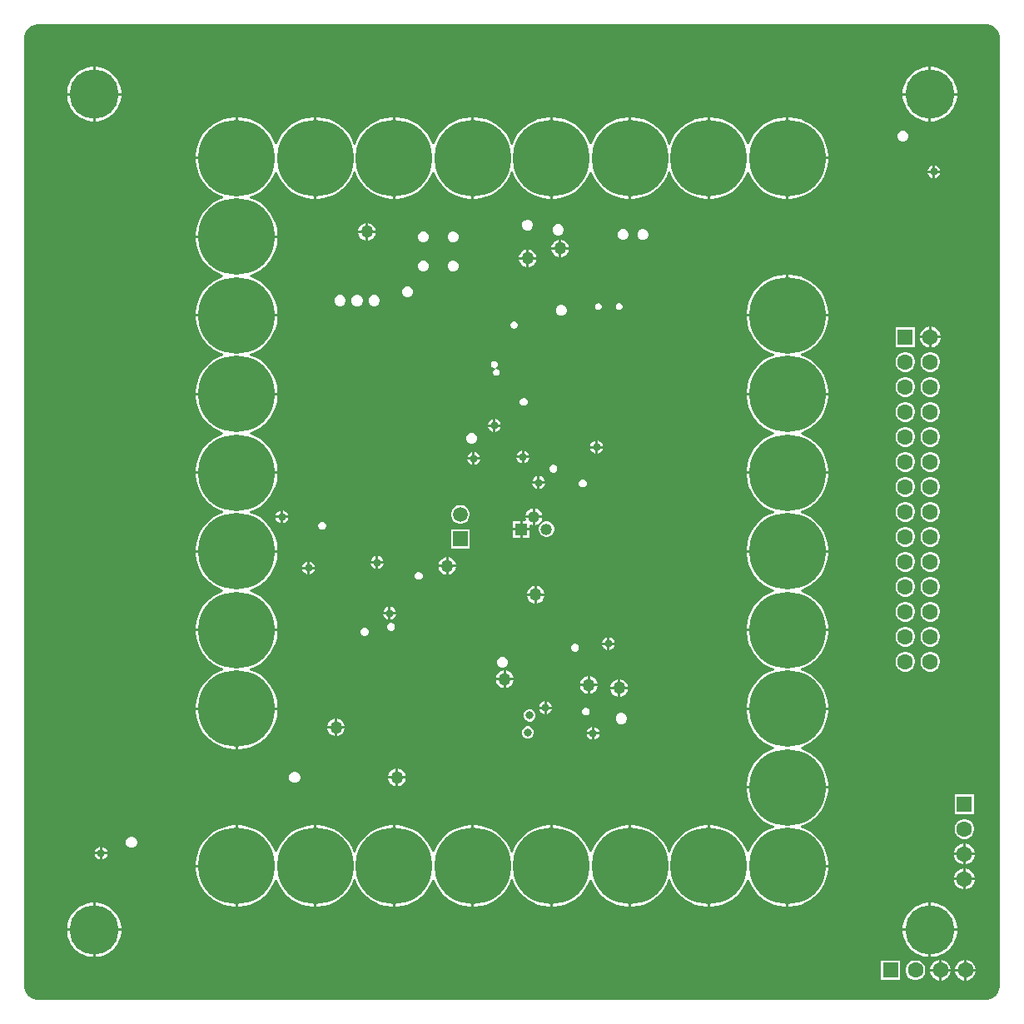
<source format=gbr>
%TF.GenerationSoftware,Altium Limited,Altium Designer,23.9.2 (47)*%
G04 Layer_Physical_Order=3*
G04 Layer_Color=16440176*
%FSLAX25Y25*%
%MOIN*%
%TF.SameCoordinates,F944BC78-FABB-4A85-9D96-7E9E55BFA98D*%
%TF.FilePolarity,Positive*%
%TF.FileFunction,Copper,L3,Inr,Signal*%
%TF.Part,Single*%
G01*
G75*
%TA.AperFunction,ComponentPad*%
%ADD45C,0.06299*%
%ADD46R,0.06299X0.06299*%
%TA.AperFunction,ViaPad*%
%ADD47C,0.19685*%
%TA.AperFunction,ComponentPad*%
%ADD48C,0.05906*%
%ADD49R,0.05906X0.05906*%
%ADD50C,0.30709*%
%ADD51R,0.06299X0.06299*%
%ADD52C,0.04693*%
%ADD53R,0.04693X0.04693*%
%TA.AperFunction,ViaPad*%
%ADD54C,0.03150*%
%ADD55C,0.02756*%
%ADD56C,0.05000*%
G36*
X209635Y214930D02*
X210157D01*
X211180Y214726D01*
X212143Y214327D01*
X213010Y213748D01*
X213748Y213010D01*
X214327Y212143D01*
X214726Y211180D01*
X214930Y210157D01*
X214930Y209635D01*
X214930Y-170265D01*
X214930Y-170787D01*
X214726Y-171810D01*
X214327Y-172773D01*
X213748Y-173640D01*
X213010Y-174378D01*
X212143Y-174957D01*
X211180Y-175356D01*
X210157Y-175560D01*
X209635D01*
X-170246Y-175540D01*
X-170246Y-175540D01*
X-170246Y-175540D01*
X-170767D01*
X-171790Y-175337D01*
X-172754Y-174937D01*
X-173621Y-174358D01*
X-174358Y-173621D01*
X-174937Y-172754D01*
X-175337Y-171790D01*
X-175545Y-170744D01*
X-175560Y-170241D01*
Y209635D01*
Y210157D01*
X-175356Y211180D01*
X-174957Y212143D01*
X-174378Y213010D01*
X-173640Y213748D01*
X-172773Y214327D01*
X-171810Y214726D01*
X-170787Y214930D01*
X-170265Y214930D01*
X209635Y214930D01*
D02*
G37*
%LPC*%
G36*
X187861Y197850D02*
X187508D01*
Y187508D01*
X197850D01*
Y187861D01*
X197583Y189547D01*
X197056Y191170D01*
X196281Y192691D01*
X195278Y194071D01*
X194071Y195278D01*
X192691Y196281D01*
X191170Y197056D01*
X189547Y197583D01*
X187861Y197850D01*
D02*
G37*
G36*
X186508D02*
X186154D01*
X184469Y197583D01*
X182846Y197056D01*
X181325Y196281D01*
X179944Y195278D01*
X178738Y194071D01*
X177734Y192691D01*
X176960Y191170D01*
X176432Y189547D01*
X176165Y187861D01*
Y187508D01*
X186508D01*
Y197850D01*
D02*
G37*
G36*
X-146784D02*
X-147138D01*
Y187508D01*
X-136795D01*
Y187861D01*
X-137062Y189547D01*
X-137590Y191170D01*
X-138364Y192691D01*
X-139368Y194071D01*
X-140574Y195278D01*
X-141955Y196281D01*
X-143476Y197056D01*
X-145099Y197583D01*
X-146784Y197850D01*
D02*
G37*
G36*
X-148138D02*
X-148491D01*
X-150177Y197583D01*
X-151800Y197056D01*
X-153321Y196281D01*
X-154701Y195278D01*
X-155908Y194071D01*
X-156911Y192691D01*
X-157686Y191170D01*
X-158213Y189547D01*
X-158480Y187861D01*
Y187508D01*
X-148138D01*
Y197850D01*
D02*
G37*
G36*
X197850Y186508D02*
X187508D01*
Y176165D01*
X187861D01*
X189547Y176432D01*
X191170Y176960D01*
X192691Y177734D01*
X194071Y178738D01*
X195278Y179944D01*
X196281Y181325D01*
X197056Y182846D01*
X197583Y184469D01*
X197850Y186154D01*
Y186508D01*
D02*
G37*
G36*
X186508D02*
X176165D01*
Y186154D01*
X176432Y184469D01*
X176960Y182846D01*
X177734Y181325D01*
X178738Y179944D01*
X179944Y178738D01*
X181325Y177734D01*
X182846Y176960D01*
X184469Y176432D01*
X186154Y176165D01*
X186508D01*
Y186508D01*
D02*
G37*
G36*
X-136795D02*
X-147138D01*
Y176165D01*
X-146784D01*
X-145099Y176432D01*
X-143476Y176960D01*
X-141955Y177734D01*
X-140574Y178738D01*
X-139368Y179944D01*
X-138364Y181325D01*
X-137590Y182846D01*
X-137062Y184469D01*
X-136795Y186154D01*
Y186508D01*
D02*
G37*
G36*
X-148138D02*
X-158480D01*
Y186154D01*
X-158213Y184469D01*
X-157686Y182846D01*
X-156911Y181325D01*
X-155908Y179944D01*
X-154701Y178738D01*
X-153321Y177734D01*
X-151800Y176960D01*
X-150177Y176432D01*
X-148491Y176165D01*
X-148138D01*
Y186508D01*
D02*
G37*
G36*
X176543Y172418D02*
X175672D01*
X174869Y172085D01*
X174253Y171469D01*
X173920Y170665D01*
Y169795D01*
X174253Y168991D01*
X174869Y168376D01*
X175672Y168043D01*
X176543D01*
X177347Y168376D01*
X177962Y168991D01*
X178295Y169795D01*
Y170665D01*
X177962Y171469D01*
X177347Y172085D01*
X176543Y172418D01*
D02*
G37*
G36*
X129421Y177772D02*
X128849D01*
X126724Y177492D01*
X124653Y176937D01*
X122672Y176117D01*
X120816Y175045D01*
X119115Y173740D01*
X117599Y172224D01*
X116294Y170523D01*
X115222Y168666D01*
X114439Y166775D01*
X114173Y166727D01*
X113908Y166775D01*
X113124Y168666D01*
X112053Y170523D01*
X110747Y172224D01*
X109231Y173740D01*
X107531Y175045D01*
X105674Y176117D01*
X103693Y176937D01*
X101623Y177492D01*
X99497Y177772D01*
X98925D01*
Y161417D01*
Y145063D01*
X99497D01*
X101623Y145343D01*
X103693Y145898D01*
X105674Y146718D01*
X107531Y147790D01*
X109231Y149095D01*
X110747Y150611D01*
X112053Y152312D01*
X113124Y154168D01*
X113908Y156060D01*
X114173Y156108D01*
X114439Y156060D01*
X115222Y154168D01*
X116294Y152312D01*
X117599Y150611D01*
X119115Y149095D01*
X120816Y147790D01*
X122672Y146718D01*
X124653Y145898D01*
X126724Y145343D01*
X128849Y145063D01*
X129421D01*
Y161417D01*
Y177772D01*
D02*
G37*
G36*
X66429D02*
X65857D01*
X63732Y177492D01*
X61661Y176937D01*
X59680Y176117D01*
X57824Y175045D01*
X56123Y173740D01*
X54607Y172224D01*
X53302Y170523D01*
X52230Y168666D01*
X51446Y166775D01*
X51181Y166727D01*
X50916Y166775D01*
X50132Y168666D01*
X49060Y170523D01*
X47755Y172224D01*
X46239Y173740D01*
X44539Y175045D01*
X42682Y176117D01*
X40701Y176937D01*
X38631Y177492D01*
X36505Y177772D01*
X35933D01*
Y161417D01*
Y145063D01*
X36505D01*
X38631Y145343D01*
X40701Y145898D01*
X42682Y146718D01*
X44539Y147790D01*
X46239Y149095D01*
X47755Y150611D01*
X49060Y152312D01*
X50132Y154168D01*
X50916Y156060D01*
X51181Y156108D01*
X51446Y156060D01*
X52230Y154168D01*
X53302Y152312D01*
X54607Y150611D01*
X56123Y149095D01*
X57824Y147790D01*
X59680Y146718D01*
X61661Y145898D01*
X63732Y145343D01*
X65857Y145063D01*
X66429D01*
Y161417D01*
Y177772D01*
D02*
G37*
G36*
X34933D02*
X34361D01*
X32236Y177492D01*
X30165Y176937D01*
X28184Y176117D01*
X26328Y175045D01*
X24627Y173740D01*
X23111Y172224D01*
X21806Y170523D01*
X20734Y168666D01*
X19950Y166775D01*
X19685Y166727D01*
X19420Y166775D01*
X18636Y168666D01*
X17564Y170523D01*
X16259Y172224D01*
X14743Y173740D01*
X13043Y175045D01*
X11186Y176117D01*
X9205Y176937D01*
X7134Y177492D01*
X5009Y177772D01*
X4437D01*
Y161417D01*
Y145063D01*
X5009D01*
X7134Y145343D01*
X9205Y145898D01*
X11186Y146718D01*
X13043Y147790D01*
X14743Y149095D01*
X16259Y150611D01*
X17564Y152312D01*
X18636Y154168D01*
X19420Y156060D01*
X19685Y156108D01*
X19950Y156060D01*
X20734Y154168D01*
X21806Y152312D01*
X23111Y150611D01*
X24627Y149095D01*
X26328Y147790D01*
X28184Y146718D01*
X30165Y145898D01*
X32236Y145343D01*
X34361Y145063D01*
X34933D01*
Y161417D01*
Y177772D01*
D02*
G37*
G36*
X3437D02*
X2865D01*
X740Y177492D01*
X-1331Y176937D01*
X-3312Y176117D01*
X-5169Y175045D01*
X-6869Y173740D01*
X-8385Y172224D01*
X-9690Y170523D01*
X-10762Y168666D01*
X-11546Y166775D01*
X-11811Y166727D01*
X-12076Y166775D01*
X-12860Y168666D01*
X-13932Y170523D01*
X-15237Y172224D01*
X-16753Y173740D01*
X-18454Y175045D01*
X-20310Y176117D01*
X-22291Y176937D01*
X-24362Y177492D01*
X-26487Y177772D01*
X-27059D01*
Y161417D01*
Y145063D01*
X-26487D01*
X-24362Y145343D01*
X-22291Y145898D01*
X-20310Y146718D01*
X-18454Y147790D01*
X-16753Y149095D01*
X-15237Y150611D01*
X-13932Y152312D01*
X-12860Y154168D01*
X-12076Y156060D01*
X-11811Y156108D01*
X-11546Y156060D01*
X-10762Y154168D01*
X-9690Y152312D01*
X-8385Y150611D01*
X-6869Y149095D01*
X-5169Y147790D01*
X-3312Y146718D01*
X-1331Y145898D01*
X740Y145343D01*
X2865Y145063D01*
X3437D01*
Y161417D01*
Y177772D01*
D02*
G37*
G36*
X-59555D02*
X-60127D01*
X-62252Y177492D01*
X-64323Y176937D01*
X-66304Y176117D01*
X-68161Y175045D01*
X-69861Y173740D01*
X-71377Y172224D01*
X-72682Y170523D01*
X-73754Y168666D01*
X-74538Y166775D01*
X-74803Y166727D01*
X-75068Y166775D01*
X-75852Y168666D01*
X-76924Y170523D01*
X-78229Y172224D01*
X-79745Y173740D01*
X-81446Y175045D01*
X-83302Y176117D01*
X-85283Y176937D01*
X-87354Y177492D01*
X-89479Y177772D01*
X-90051D01*
Y161417D01*
X-90551D01*
Y160917D01*
X-106905D01*
Y160345D01*
X-106626Y158220D01*
X-106071Y156149D01*
X-105250Y154168D01*
X-104179Y152312D01*
X-102873Y150611D01*
X-101357Y149095D01*
X-99657Y147790D01*
X-97800Y146718D01*
X-95909Y145935D01*
X-95861Y145669D01*
X-95909Y145404D01*
X-97800Y144621D01*
X-99657Y143549D01*
X-101357Y142244D01*
X-102873Y140728D01*
X-104179Y139027D01*
X-105250Y137170D01*
X-106071Y135189D01*
X-106626Y133119D01*
X-106905Y130993D01*
Y130421D01*
X-90551D01*
X-74197D01*
Y130993D01*
X-74477Y133119D01*
X-75032Y135189D01*
X-75852Y137170D01*
X-76924Y139027D01*
X-78229Y140728D01*
X-79745Y142244D01*
X-81446Y143549D01*
X-83302Y144621D01*
X-85194Y145404D01*
X-85242Y145669D01*
X-85194Y145935D01*
X-83302Y146718D01*
X-81446Y147790D01*
X-79745Y149095D01*
X-78229Y150611D01*
X-76924Y152312D01*
X-75852Y154168D01*
X-75068Y156060D01*
X-74803Y156108D01*
X-74538Y156060D01*
X-73754Y154168D01*
X-72682Y152312D01*
X-71377Y150611D01*
X-69861Y149095D01*
X-68161Y147790D01*
X-66304Y146718D01*
X-64323Y145898D01*
X-62252Y145343D01*
X-60127Y145063D01*
X-59555D01*
Y161417D01*
Y177772D01*
D02*
G37*
G36*
X97925D02*
X97353D01*
X95228Y177492D01*
X93157Y176937D01*
X91176Y176117D01*
X89320Y175045D01*
X87619Y173740D01*
X86103Y172224D01*
X84798Y170523D01*
X83726Y168666D01*
X82942Y166775D01*
X82677Y166727D01*
X82412Y166775D01*
X81628Y168666D01*
X80556Y170523D01*
X79251Y172224D01*
X77735Y173740D01*
X76035Y175045D01*
X74178Y176117D01*
X72197Y176937D01*
X70126Y177492D01*
X68001Y177772D01*
X67429D01*
Y161417D01*
Y145063D01*
X68001D01*
X70126Y145343D01*
X72197Y145898D01*
X74178Y146718D01*
X76035Y147790D01*
X77735Y149095D01*
X79251Y150611D01*
X80556Y152312D01*
X81628Y154168D01*
X82412Y156060D01*
X82677Y156108D01*
X82942Y156060D01*
X83726Y154168D01*
X84798Y152312D01*
X86103Y150611D01*
X87619Y149095D01*
X89320Y147790D01*
X91176Y146718D01*
X93157Y145898D01*
X95228Y145343D01*
X97353Y145063D01*
X97925D01*
Y161417D01*
Y177772D01*
D02*
G37*
G36*
X-28059D02*
X-28631D01*
X-30757Y177492D01*
X-32827Y176937D01*
X-34808Y176117D01*
X-36665Y175045D01*
X-38365Y173740D01*
X-39881Y172224D01*
X-41186Y170523D01*
X-42258Y168666D01*
X-43042Y166775D01*
X-43307Y166727D01*
X-43572Y166775D01*
X-44356Y168666D01*
X-45428Y170523D01*
X-46733Y172224D01*
X-48249Y173740D01*
X-49950Y175045D01*
X-51806Y176117D01*
X-53787Y176937D01*
X-55858Y177492D01*
X-57983Y177772D01*
X-58555D01*
Y161417D01*
Y145063D01*
X-57983D01*
X-55858Y145343D01*
X-53787Y145898D01*
X-51806Y146718D01*
X-49950Y147790D01*
X-48249Y149095D01*
X-46733Y150611D01*
X-45428Y152312D01*
X-44356Y154168D01*
X-43572Y156060D01*
X-43307Y156108D01*
X-43042Y156060D01*
X-42258Y154168D01*
X-41186Y152312D01*
X-39881Y150611D01*
X-38365Y149095D01*
X-36665Y147790D01*
X-34808Y146718D01*
X-32827Y145898D01*
X-30757Y145343D01*
X-28631Y145063D01*
X-28059D01*
Y161417D01*
Y177772D01*
D02*
G37*
G36*
X130993D02*
X130421D01*
Y161917D01*
X146276D01*
Y162489D01*
X145996Y164615D01*
X145441Y166685D01*
X144621Y168666D01*
X143549Y170523D01*
X142244Y172224D01*
X140728Y173740D01*
X139027Y175045D01*
X137170Y176117D01*
X135189Y176937D01*
X133119Y177492D01*
X130993Y177772D01*
D02*
G37*
G36*
X-91051D02*
X-91623D01*
X-93749Y177492D01*
X-95819Y176937D01*
X-97800Y176117D01*
X-99657Y175045D01*
X-101357Y173740D01*
X-102873Y172224D01*
X-104179Y170523D01*
X-105250Y168666D01*
X-106071Y166685D01*
X-106626Y164615D01*
X-106905Y162489D01*
Y161917D01*
X-91051D01*
Y177772D01*
D02*
G37*
G36*
X189083Y158437D02*
Y156405D01*
X191114D01*
X190982Y156899D01*
X190643Y157486D01*
X190164Y157966D01*
X189576Y158305D01*
X189083Y158437D01*
D02*
G37*
G36*
X188083D02*
X187589Y158305D01*
X187002Y157966D01*
X186522Y157486D01*
X186183Y156899D01*
X186051Y156405D01*
X188083D01*
Y158437D01*
D02*
G37*
G36*
X191114Y155405D02*
X189083D01*
Y153374D01*
X189576Y153506D01*
X190164Y153845D01*
X190643Y154324D01*
X190982Y154912D01*
X191114Y155405D01*
D02*
G37*
G36*
X188083D02*
X186051D01*
X186183Y154912D01*
X186522Y154324D01*
X187002Y153845D01*
X187589Y153506D01*
X188083Y153374D01*
Y155405D01*
D02*
G37*
G36*
X146276Y160917D02*
X130421D01*
Y145063D01*
X130993D01*
X133119Y145343D01*
X135189Y145898D01*
X137170Y146718D01*
X139027Y147790D01*
X140728Y149095D01*
X142244Y150611D01*
X143549Y152312D01*
X144621Y154168D01*
X145441Y156149D01*
X145996Y158220D01*
X146276Y160345D01*
Y160917D01*
D02*
G37*
G36*
X26419Y136833D02*
X25549D01*
X24745Y136500D01*
X24130Y135885D01*
X23797Y135081D01*
Y134211D01*
X24130Y133407D01*
X24745Y132791D01*
X25549Y132458D01*
X26419D01*
X27223Y132791D01*
X27839Y133407D01*
X28172Y134211D01*
Y135081D01*
X27839Y135885D01*
X27223Y136500D01*
X26419Y136833D01*
D02*
G37*
G36*
X-37886Y135379D02*
Y132390D01*
X-34896D01*
X-35124Y133241D01*
X-35585Y134039D01*
X-36237Y134690D01*
X-37035Y135151D01*
X-37886Y135379D01*
D02*
G37*
G36*
X-38886D02*
X-39737Y135151D01*
X-40535Y134690D01*
X-41186Y134039D01*
X-41647Y133241D01*
X-41875Y132390D01*
X-38886D01*
Y135379D01*
D02*
G37*
G36*
X38624Y134865D02*
X37754D01*
X36950Y134532D01*
X36335Y133916D01*
X36002Y133112D01*
Y132242D01*
X36335Y131438D01*
X36950Y130823D01*
X37754Y130490D01*
X38624D01*
X39428Y130823D01*
X40043Y131438D01*
X40376Y132242D01*
Y133112D01*
X40043Y133916D01*
X39428Y134532D01*
X38624Y134865D01*
D02*
G37*
G36*
X72482Y132896D02*
X71612D01*
X70808Y132563D01*
X70193Y131948D01*
X69860Y131144D01*
Y130274D01*
X70193Y129470D01*
X70808Y128854D01*
X71612Y128521D01*
X72482D01*
X73286Y128854D01*
X73902Y129470D01*
X74235Y130274D01*
Y131144D01*
X73902Y131948D01*
X73286Y132563D01*
X72482Y132896D01*
D02*
G37*
G36*
X64608D02*
X63738D01*
X62934Y132563D01*
X62319Y131948D01*
X61986Y131144D01*
Y130274D01*
X62319Y129470D01*
X62934Y128854D01*
X63738Y128521D01*
X64608D01*
X65412Y128854D01*
X66028Y129470D01*
X66361Y130274D01*
Y131144D01*
X66028Y131948D01*
X65412Y132563D01*
X64608Y132896D01*
D02*
G37*
G36*
X-34896Y131390D02*
X-37886D01*
Y128400D01*
X-37035Y128628D01*
X-36237Y129089D01*
X-35585Y129741D01*
X-35124Y130539D01*
X-34896Y131390D01*
D02*
G37*
G36*
X-38886D02*
X-41875D01*
X-41647Y130539D01*
X-41186Y129741D01*
X-40535Y129089D01*
X-39737Y128628D01*
X-38886Y128400D01*
Y131390D01*
D02*
G37*
G36*
X-3502Y132109D02*
X-4372D01*
X-5176Y131776D01*
X-5791Y131160D01*
X-6124Y130356D01*
Y129486D01*
X-5791Y128682D01*
X-5176Y128067D01*
X-4372Y127734D01*
X-3502D01*
X-2698Y128067D01*
X-2083Y128682D01*
X-1750Y129486D01*
Y130356D01*
X-2083Y131160D01*
X-2698Y131776D01*
X-3502Y132109D01*
D02*
G37*
G36*
X-15313D02*
X-16183D01*
X-16987Y131776D01*
X-17602Y131160D01*
X-17935Y130356D01*
Y129486D01*
X-17602Y128682D01*
X-16987Y128067D01*
X-16183Y127734D01*
X-15313D01*
X-14509Y128067D01*
X-13894Y128682D01*
X-13561Y129486D01*
Y130356D01*
X-13894Y131160D01*
X-14509Y131776D01*
X-15313Y132109D01*
D02*
G37*
G36*
X39476Y128686D02*
Y125697D01*
X42466D01*
X42238Y126548D01*
X41777Y127346D01*
X41125Y127998D01*
X40327Y128458D01*
X39476Y128686D01*
D02*
G37*
G36*
X38476D02*
X37625Y128458D01*
X36827Y127998D01*
X36176Y127346D01*
X35715Y126548D01*
X35487Y125697D01*
X38476D01*
Y128686D01*
D02*
G37*
G36*
X26484Y124749D02*
Y121760D01*
X29474D01*
X29246Y122611D01*
X28785Y123409D01*
X28133Y124060D01*
X27335Y124521D01*
X26484Y124749D01*
D02*
G37*
G36*
X25484D02*
X24633Y124521D01*
X23835Y124060D01*
X23183Y123409D01*
X22723Y122611D01*
X22495Y121760D01*
X25484D01*
Y124749D01*
D02*
G37*
G36*
X42466Y124697D02*
X39476D01*
Y121707D01*
X40327Y121935D01*
X41125Y122396D01*
X41777Y123048D01*
X42238Y123846D01*
X42466Y124697D01*
D02*
G37*
G36*
X38476D02*
X35487D01*
X35715Y123846D01*
X36176Y123048D01*
X36827Y122396D01*
X37625Y121935D01*
X38476Y121707D01*
Y124697D01*
D02*
G37*
G36*
X29474Y120760D02*
X26484D01*
Y117770D01*
X27335Y117998D01*
X28133Y118459D01*
X28785Y119111D01*
X29246Y119909D01*
X29474Y120760D01*
D02*
G37*
G36*
X25484D02*
X22495D01*
X22723Y119909D01*
X23183Y119111D01*
X23835Y118459D01*
X24633Y117998D01*
X25484Y117770D01*
Y120760D01*
D02*
G37*
G36*
X-3502Y120298D02*
X-4372D01*
X-5176Y119965D01*
X-5791Y119349D01*
X-6124Y118545D01*
Y117675D01*
X-5791Y116871D01*
X-5176Y116256D01*
X-4372Y115923D01*
X-3502D01*
X-2698Y116256D01*
X-2083Y116871D01*
X-1750Y117675D01*
Y118545D01*
X-2083Y119349D01*
X-2698Y119965D01*
X-3502Y120298D01*
D02*
G37*
G36*
X-15313D02*
X-16183D01*
X-16987Y119965D01*
X-17602Y119349D01*
X-17935Y118545D01*
Y117675D01*
X-17602Y116871D01*
X-16987Y116256D01*
X-16183Y115923D01*
X-15313D01*
X-14509Y116256D01*
X-13894Y116871D01*
X-13561Y117675D01*
Y118545D01*
X-13894Y119349D01*
X-14509Y119965D01*
X-15313Y120298D01*
D02*
G37*
G36*
X-21703Y109990D02*
X-22573D01*
X-23377Y109657D01*
X-23992Y109041D01*
X-24325Y108237D01*
Y107367D01*
X-23992Y106563D01*
X-23377Y105948D01*
X-22573Y105615D01*
X-21703D01*
X-20899Y105948D01*
X-20283Y106563D01*
X-19950Y107367D01*
Y108237D01*
X-20283Y109041D01*
X-20899Y109657D01*
X-21703Y109990D01*
D02*
G37*
G36*
X-34998Y106518D02*
X-35868D01*
X-36672Y106185D01*
X-37288Y105570D01*
X-37620Y104766D01*
Y103896D01*
X-37288Y103092D01*
X-36672Y102476D01*
X-35868Y102143D01*
X-34998D01*
X-34194Y102476D01*
X-33579Y103092D01*
X-33246Y103896D01*
Y104766D01*
X-33579Y105570D01*
X-34194Y106185D01*
X-34998Y106518D01*
D02*
G37*
G36*
X-41888D02*
X-42758D01*
X-43562Y106185D01*
X-44177Y105570D01*
X-44510Y104766D01*
Y103896D01*
X-44177Y103092D01*
X-43562Y102476D01*
X-42758Y102143D01*
X-41888D01*
X-41084Y102476D01*
X-40468Y103092D01*
X-40135Y103896D01*
Y104766D01*
X-40468Y105570D01*
X-41084Y106185D01*
X-41888Y106518D01*
D02*
G37*
G36*
X-48777D02*
X-49648D01*
X-50452Y106185D01*
X-51067Y105570D01*
X-51400Y104766D01*
Y103896D01*
X-51067Y103092D01*
X-50452Y102476D01*
X-49648Y102143D01*
X-48777D01*
X-47973Y102476D01*
X-47358Y103092D01*
X-47025Y103896D01*
Y104766D01*
X-47358Y105570D01*
X-47973Y106185D01*
X-48777Y106518D01*
D02*
G37*
G36*
X62872Y103347D02*
X62324D01*
X61818Y103137D01*
X61430Y102749D01*
X61221Y102243D01*
Y101694D01*
X61430Y101188D01*
X61818Y100800D01*
X62324Y100591D01*
X62872D01*
X63379Y100800D01*
X63767Y101188D01*
X63976Y101694D01*
Y102243D01*
X63767Y102749D01*
X63379Y103137D01*
X62872Y103347D01*
D02*
G37*
G36*
X54605D02*
X54057D01*
X53550Y103137D01*
X53162Y102749D01*
X52953Y102243D01*
Y101694D01*
X53162Y101188D01*
X53550Y100800D01*
X54057Y100591D01*
X54605D01*
X55111Y100800D01*
X55499Y101188D01*
X55709Y101694D01*
Y102243D01*
X55499Y102749D01*
X55111Y103137D01*
X54605Y103347D01*
D02*
G37*
G36*
X130993Y114779D02*
X130421D01*
Y98925D01*
X146276D01*
Y99497D01*
X145996Y101623D01*
X145441Y103693D01*
X144621Y105674D01*
X143549Y107531D01*
X142244Y109231D01*
X140728Y110747D01*
X139027Y112053D01*
X137170Y113124D01*
X135189Y113945D01*
X133119Y114500D01*
X130993Y114779D01*
D02*
G37*
G36*
X129421D02*
X128849D01*
X126724Y114500D01*
X124653Y113945D01*
X122672Y113124D01*
X120816Y112053D01*
X119115Y110747D01*
X117599Y109231D01*
X116294Y107531D01*
X115222Y105674D01*
X114402Y103693D01*
X113847Y101623D01*
X113567Y99497D01*
Y98925D01*
X129421D01*
Y114779D01*
D02*
G37*
G36*
X-74197Y129421D02*
X-90551D01*
X-106905D01*
Y128849D01*
X-106626Y126724D01*
X-106071Y124653D01*
X-105250Y122672D01*
X-104179Y120816D01*
X-102873Y119115D01*
X-101357Y117599D01*
X-99657Y116294D01*
X-97800Y115222D01*
X-95909Y114439D01*
X-95861Y114173D01*
X-95909Y113908D01*
X-97800Y113124D01*
X-99657Y112053D01*
X-101357Y110747D01*
X-102873Y109231D01*
X-104179Y107531D01*
X-105250Y105674D01*
X-106071Y103693D01*
X-106626Y101623D01*
X-106905Y99497D01*
Y98925D01*
X-90551D01*
X-74197D01*
Y99497D01*
X-74477Y101623D01*
X-75032Y103693D01*
X-75852Y105674D01*
X-76924Y107531D01*
X-78229Y109231D01*
X-79745Y110747D01*
X-81446Y112053D01*
X-83302Y113124D01*
X-85194Y113908D01*
X-85242Y114173D01*
X-85194Y114439D01*
X-83302Y115222D01*
X-81446Y116294D01*
X-79745Y117599D01*
X-78229Y119115D01*
X-76924Y120816D01*
X-75852Y122672D01*
X-75032Y124653D01*
X-74477Y126724D01*
X-74197Y128849D01*
Y129421D01*
D02*
G37*
G36*
X39805Y102581D02*
X38935D01*
X38131Y102248D01*
X37516Y101633D01*
X37183Y100829D01*
Y99959D01*
X37516Y99155D01*
X38131Y98539D01*
X38935Y98206D01*
X39805D01*
X40609Y98539D01*
X41225Y99155D01*
X41557Y99959D01*
Y100829D01*
X41225Y101633D01*
X40609Y102248D01*
X39805Y102581D01*
D02*
G37*
G36*
X20746Y95866D02*
X20198D01*
X19692Y95656D01*
X19304Y95269D01*
X19094Y94762D01*
Y94214D01*
X19304Y93708D01*
X19692Y93320D01*
X20198Y93110D01*
X20746D01*
X21253Y93320D01*
X21641Y93708D01*
X21850Y94214D01*
Y94762D01*
X21641Y95269D01*
X21253Y95656D01*
X20746Y95866D01*
D02*
G37*
G36*
X187712Y93850D02*
X187665D01*
Y90201D01*
X191315D01*
Y90247D01*
X191032Y91303D01*
X190486Y92249D01*
X189713Y93021D01*
X188767Y93568D01*
X187712Y93850D01*
D02*
G37*
G36*
X186665D02*
X186619D01*
X185564Y93568D01*
X184617Y93021D01*
X183845Y92249D01*
X183299Y91303D01*
X183016Y90247D01*
Y90201D01*
X186665D01*
Y93850D01*
D02*
G37*
G36*
X181102Y93638D02*
X173228D01*
Y85764D01*
X181102D01*
Y93638D01*
D02*
G37*
G36*
X191315Y89201D02*
X187665D01*
Y85551D01*
X187712D01*
X188767Y85834D01*
X189713Y86380D01*
X190486Y87153D01*
X191032Y88099D01*
X191315Y89154D01*
Y89201D01*
D02*
G37*
G36*
X186665D02*
X183016D01*
Y89154D01*
X183299Y88099D01*
X183845Y87153D01*
X184617Y86380D01*
X185564Y85834D01*
X186619Y85551D01*
X186665D01*
Y89201D01*
D02*
G37*
G36*
X187684Y83638D02*
X186647D01*
X185646Y83369D01*
X184748Y82851D01*
X184015Y82118D01*
X183497Y81220D01*
X183228Y80219D01*
Y79182D01*
X183497Y78181D01*
X184015Y77283D01*
X184748Y76550D01*
X185646Y76032D01*
X186647Y75764D01*
X187684D01*
X188685Y76032D01*
X189583Y76550D01*
X190316Y77283D01*
X190834Y78181D01*
X191102Y79182D01*
Y80219D01*
X190834Y81220D01*
X190316Y82118D01*
X189583Y82851D01*
X188685Y83369D01*
X187684Y83638D01*
D02*
G37*
G36*
X177684D02*
X176647D01*
X175646Y83369D01*
X174748Y82851D01*
X174015Y82118D01*
X173497Y81220D01*
X173228Y80219D01*
Y79182D01*
X173497Y78181D01*
X174015Y77283D01*
X174748Y76550D01*
X175646Y76032D01*
X176647Y75764D01*
X177684D01*
X178685Y76032D01*
X179583Y76550D01*
X180316Y77283D01*
X180834Y78181D01*
X181102Y79182D01*
Y80219D01*
X180834Y81220D01*
X180316Y82118D01*
X179583Y82851D01*
X178685Y83369D01*
X177684Y83638D01*
D02*
G37*
G36*
X12873Y80118D02*
X12324D01*
X11818Y79908D01*
X11430Y79521D01*
X11220Y79014D01*
Y78466D01*
X11430Y77960D01*
X11818Y77572D01*
X12324Y77362D01*
X12641D01*
X12756Y77362D01*
X12855Y76862D01*
X12768Y76826D01*
X12605Y76759D01*
X12218Y76371D01*
X12008Y75865D01*
Y75317D01*
X12218Y74810D01*
X12605Y74422D01*
X13112Y74213D01*
X13660D01*
X14166Y74422D01*
X14554Y74810D01*
X14764Y75317D01*
Y75865D01*
X14554Y76371D01*
X14166Y76759D01*
X13660Y76968D01*
X13344D01*
X13229Y76968D01*
X13129Y77469D01*
X13216Y77504D01*
X13379Y77572D01*
X13767Y77960D01*
X13976Y78466D01*
Y79014D01*
X13767Y79521D01*
X13379Y79908D01*
X12873Y80118D01*
D02*
G37*
G36*
X-74197Y97925D02*
X-90551D01*
X-106905D01*
Y97353D01*
X-106626Y95228D01*
X-106071Y93157D01*
X-105250Y91176D01*
X-104179Y89320D01*
X-102873Y87619D01*
X-101357Y86103D01*
X-99657Y84798D01*
X-97800Y83726D01*
X-95909Y82942D01*
X-95861Y82677D01*
X-95909Y82412D01*
X-97800Y81628D01*
X-99657Y80556D01*
X-101357Y79251D01*
X-102873Y77735D01*
X-104179Y76035D01*
X-105250Y74178D01*
X-106071Y72197D01*
X-106626Y70126D01*
X-106905Y68001D01*
Y67429D01*
X-90551D01*
X-74197D01*
Y68001D01*
X-74477Y70126D01*
X-75032Y72197D01*
X-75852Y74178D01*
X-76924Y76035D01*
X-78229Y77735D01*
X-79745Y79251D01*
X-81446Y80556D01*
X-83302Y81628D01*
X-85194Y82412D01*
X-85242Y82677D01*
X-85194Y82942D01*
X-83302Y83726D01*
X-81446Y84798D01*
X-79745Y86103D01*
X-78229Y87619D01*
X-76924Y89320D01*
X-75852Y91176D01*
X-75032Y93157D01*
X-74477Y95228D01*
X-74197Y97353D01*
Y97925D01*
D02*
G37*
G36*
X146276D02*
X129921D01*
X113567D01*
Y97353D01*
X113847Y95228D01*
X114402Y93157D01*
X115222Y91176D01*
X116294Y89320D01*
X117599Y87619D01*
X119115Y86103D01*
X120816Y84798D01*
X122672Y83726D01*
X124564Y82942D01*
X124612Y82677D01*
X124564Y82412D01*
X122672Y81628D01*
X120816Y80556D01*
X119115Y79251D01*
X117599Y77735D01*
X116294Y76035D01*
X115222Y74178D01*
X114402Y72197D01*
X113847Y70127D01*
X113567Y68001D01*
Y67429D01*
X129921D01*
X146276D01*
Y68001D01*
X145996Y70127D01*
X145441Y72197D01*
X144621Y74178D01*
X143549Y76035D01*
X142244Y77735D01*
X140728Y79251D01*
X139027Y80556D01*
X137170Y81628D01*
X135279Y82412D01*
X135231Y82677D01*
X135279Y82942D01*
X137170Y83726D01*
X139027Y84798D01*
X140728Y86103D01*
X142244Y87619D01*
X143549Y89320D01*
X144621Y91176D01*
X145441Y93157D01*
X145996Y95228D01*
X146276Y97353D01*
Y97925D01*
D02*
G37*
G36*
X187684Y73638D02*
X186647D01*
X185646Y73369D01*
X184748Y72851D01*
X184015Y72118D01*
X183497Y71220D01*
X183228Y70219D01*
Y69182D01*
X183497Y68181D01*
X184015Y67283D01*
X184748Y66550D01*
X185646Y66032D01*
X186647Y65764D01*
X187684D01*
X188685Y66032D01*
X189583Y66550D01*
X190316Y67283D01*
X190834Y68181D01*
X191102Y69182D01*
Y70219D01*
X190834Y71220D01*
X190316Y72118D01*
X189583Y72851D01*
X188685Y73369D01*
X187684Y73638D01*
D02*
G37*
G36*
X177684D02*
X176647D01*
X175646Y73369D01*
X174748Y72851D01*
X174015Y72118D01*
X173497Y71220D01*
X173228Y70219D01*
Y69182D01*
X173497Y68181D01*
X174015Y67283D01*
X174748Y66550D01*
X175646Y66032D01*
X176647Y65764D01*
X177684D01*
X178685Y66032D01*
X179583Y66550D01*
X180316Y67283D01*
X180834Y68181D01*
X181102Y69182D01*
Y70219D01*
X180834Y71220D01*
X180316Y72118D01*
X179583Y72851D01*
X178685Y73369D01*
X177684Y73638D01*
D02*
G37*
G36*
X24723Y65354D02*
X24096D01*
X23517Y65115D01*
X23074Y64672D01*
X22835Y64093D01*
Y63466D01*
X23074Y62888D01*
X23517Y62445D01*
X24096Y62205D01*
X24723D01*
X25302Y62445D01*
X25745Y62888D01*
X25984Y63466D01*
Y64093D01*
X25745Y64672D01*
X25302Y65115D01*
X24723Y65354D01*
D02*
G37*
G36*
X187684Y63638D02*
X186647D01*
X185646Y63370D01*
X184748Y62851D01*
X184015Y62118D01*
X183497Y61220D01*
X183228Y60219D01*
Y59183D01*
X183497Y58181D01*
X184015Y57283D01*
X184748Y56550D01*
X185646Y56032D01*
X186647Y55764D01*
X187684D01*
X188685Y56032D01*
X189583Y56550D01*
X190316Y57283D01*
X190834Y58181D01*
X191102Y59183D01*
Y60219D01*
X190834Y61220D01*
X190316Y62118D01*
X189583Y62851D01*
X188685Y63370D01*
X187684Y63638D01*
D02*
G37*
G36*
X177684D02*
X176647D01*
X175646Y63370D01*
X174748Y62851D01*
X174015Y62118D01*
X173497Y61220D01*
X173228Y60219D01*
Y59183D01*
X173497Y58181D01*
X174015Y57283D01*
X174748Y56550D01*
X175646Y56032D01*
X176647Y55764D01*
X177684D01*
X178685Y56032D01*
X179583Y56550D01*
X180316Y57283D01*
X180834Y58181D01*
X181102Y59183D01*
Y60219D01*
X180834Y61220D01*
X180316Y62118D01*
X179583Y62851D01*
X178685Y63370D01*
X177684Y63638D01*
D02*
G37*
G36*
X13098Y56862D02*
Y54831D01*
X15130D01*
X14998Y55325D01*
X14659Y55912D01*
X14179Y56391D01*
X13592Y56730D01*
X13098Y56862D01*
D02*
G37*
G36*
X12098D02*
X11605Y56730D01*
X11017Y56391D01*
X10538Y55912D01*
X10199Y55325D01*
X10067Y54831D01*
X12098D01*
Y56862D01*
D02*
G37*
G36*
X15130Y53831D02*
X13098D01*
Y51799D01*
X13592Y51931D01*
X14179Y52270D01*
X14659Y52750D01*
X14998Y53337D01*
X15130Y53831D01*
D02*
G37*
G36*
X12098D02*
X10067D01*
X10199Y53337D01*
X10538Y52750D01*
X11017Y52270D01*
X11605Y51931D01*
X12098Y51799D01*
Y53831D01*
D02*
G37*
G36*
X3978Y51400D02*
X3108D01*
X2304Y51067D01*
X1689Y50452D01*
X1356Y49648D01*
Y48777D01*
X1689Y47973D01*
X2304Y47358D01*
X3108Y47025D01*
X3978D01*
X4782Y47358D01*
X5398Y47973D01*
X5731Y48777D01*
Y49648D01*
X5398Y50452D01*
X4782Y51067D01*
X3978Y51400D01*
D02*
G37*
G36*
X54043Y48201D02*
Y46169D01*
X56075D01*
X55943Y46663D01*
X55604Y47250D01*
X55124Y47730D01*
X54537Y48069D01*
X54043Y48201D01*
D02*
G37*
G36*
X53043D02*
X52549Y48069D01*
X51962Y47730D01*
X51483Y47250D01*
X51144Y46663D01*
X51012Y46169D01*
X53043D01*
Y48201D01*
D02*
G37*
G36*
X187684Y53638D02*
X186647D01*
X185646Y53369D01*
X184748Y52851D01*
X184015Y52118D01*
X183497Y51220D01*
X183228Y50219D01*
Y49183D01*
X183497Y48181D01*
X184015Y47283D01*
X184748Y46550D01*
X185646Y46032D01*
X186647Y45764D01*
X187684D01*
X188685Y46032D01*
X189583Y46550D01*
X190316Y47283D01*
X190834Y48181D01*
X191102Y49183D01*
Y50219D01*
X190834Y51220D01*
X190316Y52118D01*
X189583Y52851D01*
X188685Y53369D01*
X187684Y53638D01*
D02*
G37*
G36*
X177684D02*
X176647D01*
X175646Y53369D01*
X174748Y52851D01*
X174015Y52118D01*
X173497Y51220D01*
X173228Y50219D01*
Y49183D01*
X173497Y48181D01*
X174015Y47283D01*
X174748Y46550D01*
X175646Y46032D01*
X176647Y45764D01*
X177684D01*
X178685Y46032D01*
X179583Y46550D01*
X180316Y47283D01*
X180834Y48181D01*
X181102Y49183D01*
Y50219D01*
X180834Y51220D01*
X180316Y52118D01*
X179583Y52851D01*
X178685Y53369D01*
X177684Y53638D01*
D02*
G37*
G36*
X56075Y45169D02*
X54043D01*
Y43138D01*
X54537Y43270D01*
X55124Y43609D01*
X55604Y44088D01*
X55943Y44675D01*
X56075Y45169D01*
D02*
G37*
G36*
X53043D02*
X51012D01*
X51144Y44675D01*
X51483Y44088D01*
X51962Y43609D01*
X52549Y43270D01*
X53043Y43138D01*
Y45169D01*
D02*
G37*
G36*
X24516Y44264D02*
Y42232D01*
X26547D01*
X26415Y42726D01*
X26076Y43313D01*
X25597Y43793D01*
X25010Y44132D01*
X24516Y44264D01*
D02*
G37*
G36*
X23516D02*
X23022Y44132D01*
X22435Y43793D01*
X21955Y43313D01*
X21616Y42726D01*
X21484Y42232D01*
X23516D01*
Y44264D01*
D02*
G37*
G36*
X4839Y43646D02*
Y41614D01*
X6870D01*
X6738Y42108D01*
X6399Y42695D01*
X5920Y43174D01*
X5332Y43514D01*
X4839Y43646D01*
D02*
G37*
G36*
X3839D02*
X3345Y43514D01*
X2758Y43174D01*
X2278Y42695D01*
X1939Y42108D01*
X1807Y41614D01*
X3839D01*
Y43646D01*
D02*
G37*
G36*
X26547Y41232D02*
X24516D01*
Y39201D01*
X25010Y39333D01*
X25597Y39672D01*
X26076Y40151D01*
X26415Y40738D01*
X26547Y41232D01*
D02*
G37*
G36*
X23516D02*
X21484D01*
X21616Y40738D01*
X21955Y40151D01*
X22435Y39672D01*
X23022Y39333D01*
X23516Y39201D01*
Y41232D01*
D02*
G37*
G36*
X6870Y40614D02*
X4839D01*
Y38583D01*
X5332Y38715D01*
X5920Y39054D01*
X6399Y39533D01*
X6738Y40120D01*
X6870Y40614D01*
D02*
G37*
G36*
X3839D02*
X1807D01*
X1939Y40120D01*
X2278Y39533D01*
X2758Y39054D01*
X3345Y38715D01*
X3839Y38583D01*
Y40614D01*
D02*
G37*
G36*
X146276Y66429D02*
X129921D01*
X113567D01*
Y65857D01*
X113847Y63732D01*
X114402Y61661D01*
X115222Y59680D01*
X116294Y57824D01*
X117599Y56123D01*
X119115Y54607D01*
X120816Y53302D01*
X122672Y52230D01*
X124564Y51446D01*
X124612Y51181D01*
X124564Y50916D01*
X122672Y50132D01*
X120816Y49060D01*
X119115Y47755D01*
X117599Y46239D01*
X116294Y44539D01*
X115222Y42682D01*
X114402Y40701D01*
X113847Y38631D01*
X113567Y36505D01*
Y35933D01*
X129921D01*
X146276D01*
Y36505D01*
X145996Y38631D01*
X145441Y40701D01*
X144621Y42682D01*
X143549Y44539D01*
X142244Y46239D01*
X140728Y47755D01*
X139027Y49060D01*
X137170Y50132D01*
X135279Y50916D01*
X135231Y51181D01*
X135279Y51446D01*
X137170Y52230D01*
X139027Y53302D01*
X140728Y54607D01*
X142244Y56123D01*
X143549Y57824D01*
X144621Y59680D01*
X145441Y61661D01*
X145996Y63732D01*
X146276Y65857D01*
Y66429D01*
D02*
G37*
G36*
X-74197Y66429D02*
X-90551D01*
X-106905D01*
Y65857D01*
X-106626Y63732D01*
X-106071Y61661D01*
X-105250Y59680D01*
X-104179Y57824D01*
X-102873Y56123D01*
X-101357Y54607D01*
X-99657Y53302D01*
X-97800Y52230D01*
X-95909Y51446D01*
X-95861Y51181D01*
X-95909Y50916D01*
X-97800Y50132D01*
X-99657Y49060D01*
X-101357Y47755D01*
X-102873Y46239D01*
X-104179Y44539D01*
X-105250Y42682D01*
X-106071Y40701D01*
X-106626Y38631D01*
X-106905Y36505D01*
Y35933D01*
X-90551D01*
X-74197D01*
Y36505D01*
X-74477Y38631D01*
X-75032Y40701D01*
X-75852Y42682D01*
X-76924Y44539D01*
X-78229Y46239D01*
X-79745Y47755D01*
X-81446Y49060D01*
X-83302Y50132D01*
X-85194Y50916D01*
X-85242Y51181D01*
X-85194Y51446D01*
X-83302Y52230D01*
X-81446Y53302D01*
X-79745Y54607D01*
X-78229Y56123D01*
X-76924Y57824D01*
X-75852Y59680D01*
X-75032Y61661D01*
X-74477Y63732D01*
X-74197Y65857D01*
Y66429D01*
D02*
G37*
G36*
X187684Y43638D02*
X186647D01*
X185646Y43369D01*
X184748Y42851D01*
X184015Y42118D01*
X183497Y41220D01*
X183228Y40219D01*
Y39182D01*
X183497Y38181D01*
X184015Y37283D01*
X184748Y36550D01*
X185646Y36032D01*
X186647Y35764D01*
X187684D01*
X188685Y36032D01*
X189583Y36550D01*
X190316Y37283D01*
X190834Y38181D01*
X191102Y39182D01*
Y40219D01*
X190834Y41220D01*
X190316Y42118D01*
X189583Y42851D01*
X188685Y43369D01*
X187684Y43638D01*
D02*
G37*
G36*
X177684D02*
X176647D01*
X175646Y43369D01*
X174748Y42851D01*
X174015Y42118D01*
X173497Y41220D01*
X173228Y40219D01*
Y39182D01*
X173497Y38181D01*
X174015Y37283D01*
X174748Y36550D01*
X175646Y36032D01*
X176647Y35764D01*
X177684D01*
X178685Y36032D01*
X179583Y36550D01*
X180316Y37283D01*
X180834Y38181D01*
X181102Y39182D01*
Y40219D01*
X180834Y41220D01*
X180316Y42118D01*
X179583Y42851D01*
X178685Y43369D01*
X177684Y43638D01*
D02*
G37*
G36*
X36534Y38583D02*
X35907D01*
X35328Y38343D01*
X34885Y37900D01*
X34646Y37321D01*
Y36695D01*
X34885Y36116D01*
X35328Y35673D01*
X35907Y35433D01*
X36534D01*
X37113Y35673D01*
X37556Y36116D01*
X37795Y36695D01*
Y37321D01*
X37556Y37900D01*
X37113Y38343D01*
X36534Y38583D01*
D02*
G37*
G36*
X30815Y34028D02*
Y31996D01*
X32847D01*
X32714Y32490D01*
X32375Y33077D01*
X31896Y33556D01*
X31309Y33895D01*
X30815Y34028D01*
D02*
G37*
G36*
X29815D02*
X29321Y33895D01*
X28734Y33556D01*
X28255Y33077D01*
X27916Y32490D01*
X27783Y31996D01*
X29815D01*
Y34028D01*
D02*
G37*
G36*
X48345Y32677D02*
X47718D01*
X47139Y32437D01*
X46696Y31994D01*
X46457Y31416D01*
Y30789D01*
X46696Y30210D01*
X47139Y29767D01*
X47718Y29528D01*
X48345D01*
X48924Y29767D01*
X49367Y30210D01*
X49606Y30789D01*
Y31416D01*
X49367Y31994D01*
X48924Y32437D01*
X48345Y32677D01*
D02*
G37*
G36*
X32847Y30996D02*
X30815D01*
Y28964D01*
X31309Y29097D01*
X31896Y29436D01*
X32375Y29915D01*
X32714Y30502D01*
X32847Y30996D01*
D02*
G37*
G36*
X29815D02*
X27783D01*
X27916Y30502D01*
X28255Y29915D01*
X28734Y29436D01*
X29321Y29097D01*
X29815Y28964D01*
Y30996D01*
D02*
G37*
G36*
X187684Y33638D02*
X186647D01*
X185646Y33369D01*
X184748Y32851D01*
X184015Y32118D01*
X183497Y31220D01*
X183228Y30219D01*
Y29182D01*
X183497Y28181D01*
X184015Y27283D01*
X184748Y26550D01*
X185646Y26032D01*
X186647Y25764D01*
X187684D01*
X188685Y26032D01*
X189583Y26550D01*
X190316Y27283D01*
X190834Y28181D01*
X191102Y29182D01*
Y30219D01*
X190834Y31220D01*
X190316Y32118D01*
X189583Y32851D01*
X188685Y33369D01*
X187684Y33638D01*
D02*
G37*
G36*
X177684D02*
X176647D01*
X175646Y33369D01*
X174748Y32851D01*
X174015Y32118D01*
X173497Y31220D01*
X173228Y30219D01*
Y29182D01*
X173497Y28181D01*
X174015Y27283D01*
X174748Y26550D01*
X175646Y26032D01*
X176647Y25764D01*
X177684D01*
X178685Y26032D01*
X179583Y26550D01*
X180316Y27283D01*
X180834Y28181D01*
X181102Y29182D01*
Y30219D01*
X180834Y31220D01*
X180316Y32118D01*
X179583Y32851D01*
X178685Y33369D01*
X177684Y33638D01*
D02*
G37*
G36*
X28965Y21126D02*
Y18295D01*
X31795D01*
X31583Y19087D01*
X31142Y19850D01*
X30519Y20473D01*
X29756Y20914D01*
X28965Y21126D01*
D02*
G37*
G36*
X27965D02*
X27173Y20914D01*
X26410Y20473D01*
X25787Y19850D01*
X25346Y19087D01*
X25134Y18295D01*
X27965D01*
Y21126D01*
D02*
G37*
G36*
X-71941Y20248D02*
Y18216D01*
X-69909D01*
X-70042Y18710D01*
X-70381Y19297D01*
X-70860Y19777D01*
X-71447Y20116D01*
X-71941Y20248D01*
D02*
G37*
G36*
X-72941D02*
X-73435Y20116D01*
X-74022Y19777D01*
X-74501Y19297D01*
X-74840Y18710D01*
X-74973Y18216D01*
X-72941D01*
Y20248D01*
D02*
G37*
G36*
X187684Y23638D02*
X186647D01*
X185646Y23370D01*
X184748Y22851D01*
X184015Y22118D01*
X183497Y21220D01*
X183228Y20219D01*
Y19183D01*
X183497Y18181D01*
X184015Y17283D01*
X184748Y16550D01*
X185646Y16032D01*
X186647Y15764D01*
X187684D01*
X188685Y16032D01*
X189583Y16550D01*
X190316Y17283D01*
X190834Y18181D01*
X191102Y19183D01*
Y20219D01*
X190834Y21220D01*
X190316Y22118D01*
X189583Y22851D01*
X188685Y23370D01*
X187684Y23638D01*
D02*
G37*
G36*
X177684D02*
X176647D01*
X175646Y23370D01*
X174748Y22851D01*
X174015Y22118D01*
X173497Y21220D01*
X173228Y20219D01*
Y19183D01*
X173497Y18181D01*
X174015Y17283D01*
X174748Y16550D01*
X175646Y16032D01*
X176647Y15764D01*
X177684D01*
X178685Y16032D01*
X179583Y16550D01*
X180316Y17283D01*
X180834Y18181D01*
X181102Y19183D01*
Y20219D01*
X180834Y21220D01*
X180316Y22118D01*
X179583Y22851D01*
X178685Y23370D01*
X177684Y23638D01*
D02*
G37*
G36*
X-69909Y17217D02*
X-71941D01*
Y15185D01*
X-71447Y15317D01*
X-70860Y15656D01*
X-70381Y16136D01*
X-70042Y16723D01*
X-69909Y17217D01*
D02*
G37*
G36*
X-72941D02*
X-74973D01*
X-74840Y16723D01*
X-74501Y16136D01*
X-74022Y15656D01*
X-73435Y15317D01*
X-72941Y15185D01*
Y17217D01*
D02*
G37*
G36*
X-492Y22441D02*
X-1477D01*
X-2428Y22186D01*
X-3281Y21694D01*
X-3977Y20997D01*
X-4470Y20144D01*
X-4724Y19193D01*
Y18208D01*
X-4470Y17257D01*
X-3977Y16404D01*
X-3281Y15708D01*
X-2428Y15215D01*
X-1477Y14961D01*
X-492D01*
X459Y15215D01*
X1312Y15708D01*
X2009Y16404D01*
X2501Y17257D01*
X2756Y18208D01*
Y19193D01*
X2501Y20144D01*
X2009Y20997D01*
X1312Y21694D01*
X459Y22186D01*
X-492Y22441D01*
D02*
G37*
G36*
X31795Y17295D02*
X28965D01*
Y14465D01*
X29756Y14677D01*
X30519Y15117D01*
X31142Y15741D01*
X31583Y16504D01*
X31795Y17295D01*
D02*
G37*
G36*
X27965D02*
X25134D01*
X25309Y16642D01*
X25042Y16142D01*
X23965D01*
Y13295D01*
X26811D01*
Y14372D01*
X27311Y14640D01*
X27965Y14465D01*
Y17295D01*
D02*
G37*
G36*
X22965Y16142D02*
X20118D01*
Y13295D01*
X22965D01*
Y16142D01*
D02*
G37*
G36*
X-55986Y15748D02*
X-56612D01*
X-57191Y15508D01*
X-57634Y15065D01*
X-57874Y14487D01*
Y13860D01*
X-57634Y13281D01*
X-57191Y12838D01*
X-56612Y12598D01*
X-55986D01*
X-55407Y12838D01*
X-54964Y13281D01*
X-54724Y13860D01*
Y14487D01*
X-54964Y15065D01*
X-55407Y15508D01*
X-55986Y15748D01*
D02*
G37*
G36*
X33877Y15929D02*
X33052D01*
X32255Y15716D01*
X31540Y15303D01*
X30957Y14719D01*
X30544Y14005D01*
X30331Y13208D01*
Y12383D01*
X30544Y11586D01*
X30957Y10871D01*
X31540Y10288D01*
X32255Y9875D01*
X33052Y9661D01*
X33877D01*
X34674Y9875D01*
X35389Y10288D01*
X35972Y10871D01*
X36385Y11586D01*
X36598Y12383D01*
Y13208D01*
X36385Y14005D01*
X35972Y14719D01*
X35389Y15303D01*
X34674Y15716D01*
X33877Y15929D01*
D02*
G37*
G36*
X26811Y12295D02*
X23965D01*
Y9449D01*
X26811D01*
Y12295D01*
D02*
G37*
G36*
X22965D02*
X20118D01*
Y9449D01*
X22965D01*
Y12295D01*
D02*
G37*
G36*
X187684Y13638D02*
X186647D01*
X185646Y13370D01*
X184748Y12851D01*
X184015Y12118D01*
X183497Y11220D01*
X183228Y10219D01*
Y9183D01*
X183497Y8181D01*
X184015Y7283D01*
X184748Y6550D01*
X185646Y6032D01*
X186647Y5764D01*
X187684D01*
X188685Y6032D01*
X189583Y6550D01*
X190316Y7283D01*
X190834Y8181D01*
X191102Y9183D01*
Y10219D01*
X190834Y11220D01*
X190316Y12118D01*
X189583Y12851D01*
X188685Y13370D01*
X187684Y13638D01*
D02*
G37*
G36*
X177684D02*
X176647D01*
X175646Y13370D01*
X174748Y12851D01*
X174015Y12118D01*
X173497Y11220D01*
X173228Y10219D01*
Y9183D01*
X173497Y8181D01*
X174015Y7283D01*
X174748Y6550D01*
X175646Y6032D01*
X176647Y5764D01*
X177684D01*
X178685Y6032D01*
X179583Y6550D01*
X180316Y7283D01*
X180834Y8181D01*
X181102Y9183D01*
Y10219D01*
X180834Y11220D01*
X180316Y12118D01*
X179583Y12851D01*
X178685Y13370D01*
X177684Y13638D01*
D02*
G37*
G36*
X2756Y12598D02*
X-4724D01*
Y5118D01*
X2756D01*
Y12598D01*
D02*
G37*
G36*
X-74197Y34933D02*
X-90551D01*
X-106905D01*
Y34361D01*
X-106626Y32236D01*
X-106071Y30165D01*
X-105250Y28184D01*
X-104179Y26328D01*
X-102873Y24627D01*
X-101357Y23111D01*
X-99657Y21806D01*
X-97800Y20734D01*
X-95909Y19950D01*
X-95861Y19685D01*
X-95909Y19420D01*
X-97800Y18636D01*
X-99657Y17564D01*
X-101357Y16259D01*
X-102873Y14743D01*
X-104179Y13043D01*
X-105250Y11186D01*
X-106071Y9205D01*
X-106626Y7134D01*
X-106905Y5009D01*
Y4437D01*
X-90551D01*
X-74197D01*
Y5009D01*
X-74477Y7134D01*
X-75032Y9205D01*
X-75852Y11186D01*
X-76924Y13043D01*
X-78229Y14743D01*
X-79745Y16259D01*
X-81446Y17564D01*
X-83302Y18636D01*
X-85194Y19420D01*
X-85242Y19685D01*
X-85194Y19950D01*
X-83302Y20734D01*
X-81446Y21806D01*
X-79745Y23111D01*
X-78229Y24627D01*
X-76924Y26328D01*
X-75852Y28184D01*
X-75032Y30165D01*
X-74477Y32236D01*
X-74197Y34361D01*
Y34933D01*
D02*
G37*
G36*
X146276Y34933D02*
X129921D01*
X113567D01*
Y34361D01*
X113847Y32236D01*
X114402Y30165D01*
X115222Y28184D01*
X116294Y26328D01*
X117599Y24627D01*
X119115Y23111D01*
X120816Y21806D01*
X122672Y20734D01*
X124564Y19950D01*
X124612Y19685D01*
X124564Y19420D01*
X122672Y18636D01*
X120816Y17564D01*
X119115Y16259D01*
X117599Y14743D01*
X116294Y13043D01*
X115222Y11186D01*
X114402Y9205D01*
X113847Y7134D01*
X113567Y5009D01*
Y4437D01*
X129921D01*
X146276D01*
Y5009D01*
X145996Y7134D01*
X145441Y9205D01*
X144621Y11186D01*
X143549Y13043D01*
X142244Y14743D01*
X140728Y16259D01*
X139027Y17564D01*
X137170Y18636D01*
X135279Y19420D01*
X135231Y19685D01*
X135279Y19950D01*
X137170Y20734D01*
X139027Y21806D01*
X140728Y23111D01*
X142244Y24627D01*
X143549Y26328D01*
X144621Y28184D01*
X145441Y30165D01*
X145996Y32236D01*
X146276Y34361D01*
Y34933D01*
D02*
G37*
G36*
X-33850Y2032D02*
Y0D01*
X-31819D01*
X-31951Y494D01*
X-32290Y1081D01*
X-32769Y1560D01*
X-33357Y1899D01*
X-33850Y2032D01*
D02*
G37*
G36*
X-34850D02*
X-35344Y1899D01*
X-35931Y1560D01*
X-36411Y1081D01*
X-36750Y494D01*
X-36882Y0D01*
X-34850D01*
Y2032D01*
D02*
G37*
G36*
X-5799Y1521D02*
Y-1469D01*
X-2810D01*
X-3038Y-618D01*
X-3498Y181D01*
X-4150Y832D01*
X-4948Y1293D01*
X-5799Y1521D01*
D02*
G37*
G36*
X-6799D02*
X-7650Y1293D01*
X-8448Y832D01*
X-9100Y181D01*
X-9561Y-618D01*
X-9789Y-1469D01*
X-6799D01*
Y1521D01*
D02*
G37*
G36*
X-61311Y-224D02*
Y-2256D01*
X-59279D01*
X-59412Y-1762D01*
X-59751Y-1175D01*
X-60230Y-696D01*
X-60817Y-357D01*
X-61311Y-224D01*
D02*
G37*
G36*
X-62311D02*
X-62805Y-357D01*
X-63392Y-696D01*
X-63871Y-1175D01*
X-64210Y-1762D01*
X-64343Y-2256D01*
X-62311D01*
Y-224D01*
D02*
G37*
G36*
X-31819Y-1000D02*
X-33850D01*
Y-3032D01*
X-33357Y-2899D01*
X-32769Y-2560D01*
X-32290Y-2081D01*
X-31951Y-1494D01*
X-31819Y-1000D01*
D02*
G37*
G36*
X-34850D02*
X-36882D01*
X-36750Y-1494D01*
X-36411Y-2081D01*
X-35931Y-2560D01*
X-35344Y-2899D01*
X-34850Y-3032D01*
Y-1000D01*
D02*
G37*
G36*
X187684Y3638D02*
X186647D01*
X185646Y3370D01*
X184748Y2851D01*
X184015Y2118D01*
X183497Y1220D01*
X183228Y219D01*
Y-817D01*
X183497Y-1819D01*
X184015Y-2717D01*
X184748Y-3450D01*
X185646Y-3968D01*
X186647Y-4236D01*
X187684D01*
X188685Y-3968D01*
X189583Y-3450D01*
X190316Y-2717D01*
X190834Y-1819D01*
X191102Y-817D01*
Y219D01*
X190834Y1220D01*
X190316Y2118D01*
X189583Y2851D01*
X188685Y3370D01*
X187684Y3638D01*
D02*
G37*
G36*
X177684D02*
X176647D01*
X175646Y3370D01*
X174748Y2851D01*
X174015Y2118D01*
X173497Y1220D01*
X173228Y219D01*
Y-817D01*
X173497Y-1819D01*
X174015Y-2717D01*
X174748Y-3450D01*
X175646Y-3968D01*
X176647Y-4236D01*
X177684D01*
X178685Y-3968D01*
X179583Y-3450D01*
X180316Y-2717D01*
X180834Y-1819D01*
X181102Y-817D01*
Y219D01*
X180834Y1220D01*
X180316Y2118D01*
X179583Y2851D01*
X178685Y3370D01*
X177684Y3638D01*
D02*
G37*
G36*
X-59279Y-3256D02*
X-61311D01*
Y-5288D01*
X-60817Y-5155D01*
X-60230Y-4816D01*
X-59751Y-4337D01*
X-59412Y-3750D01*
X-59279Y-3256D01*
D02*
G37*
G36*
X-62311D02*
X-64343D01*
X-64210Y-3750D01*
X-63871Y-4337D01*
X-63392Y-4816D01*
X-62805Y-5155D01*
X-62311Y-5288D01*
Y-3256D01*
D02*
G37*
G36*
X-2810Y-2468D02*
X-5799D01*
Y-5458D01*
X-4948Y-5230D01*
X-4150Y-4769D01*
X-3498Y-4118D01*
X-3038Y-3319D01*
X-2810Y-2468D01*
D02*
G37*
G36*
X-6799D02*
X-9789D01*
X-9561Y-3319D01*
X-9100Y-4118D01*
X-8448Y-4769D01*
X-7650Y-5230D01*
X-6799Y-5458D01*
Y-2468D01*
D02*
G37*
G36*
X-17403Y-4331D02*
X-18030D01*
X-18609Y-4571D01*
X-19052Y-5014D01*
X-19291Y-5592D01*
Y-6219D01*
X-19052Y-6798D01*
X-18609Y-7241D01*
X-18030Y-7480D01*
X-17403D01*
X-16825Y-7241D01*
X-16382Y-6798D01*
X-16142Y-6219D01*
Y-5592D01*
X-16382Y-5014D01*
X-16825Y-4571D01*
X-17403Y-4331D01*
D02*
G37*
G36*
X29634Y-9896D02*
Y-12886D01*
X32623D01*
X32395Y-12035D01*
X31935Y-11237D01*
X31283Y-10585D01*
X30485Y-10124D01*
X29634Y-9896D01*
D02*
G37*
G36*
X28634D02*
X27783Y-10124D01*
X26985Y-10585D01*
X26333Y-11237D01*
X25872Y-12035D01*
X25644Y-12886D01*
X28634D01*
Y-9896D01*
D02*
G37*
G36*
X187684Y-6362D02*
X186647D01*
X185646Y-6630D01*
X184748Y-7149D01*
X184015Y-7882D01*
X183497Y-8780D01*
X183228Y-9781D01*
Y-10818D01*
X183497Y-11819D01*
X184015Y-12717D01*
X184748Y-13450D01*
X185646Y-13968D01*
X186647Y-14236D01*
X187684D01*
X188685Y-13968D01*
X189583Y-13450D01*
X190316Y-12717D01*
X190834Y-11819D01*
X191102Y-10818D01*
Y-9781D01*
X190834Y-8780D01*
X190316Y-7882D01*
X189583Y-7149D01*
X188685Y-6630D01*
X187684Y-6362D01*
D02*
G37*
G36*
X177684D02*
X176647D01*
X175646Y-6630D01*
X174748Y-7149D01*
X174015Y-7882D01*
X173497Y-8780D01*
X173228Y-9781D01*
Y-10818D01*
X173497Y-11819D01*
X174015Y-12717D01*
X174748Y-13450D01*
X175646Y-13968D01*
X176647Y-14236D01*
X177684D01*
X178685Y-13968D01*
X179583Y-13450D01*
X180316Y-12717D01*
X180834Y-11819D01*
X181102Y-10818D01*
Y-9781D01*
X180834Y-8780D01*
X180316Y-7882D01*
X179583Y-7149D01*
X178685Y-6630D01*
X177684Y-6362D01*
D02*
G37*
G36*
X32623Y-13886D02*
X29634D01*
Y-16875D01*
X30485Y-16647D01*
X31283Y-16186D01*
X31935Y-15535D01*
X32395Y-14737D01*
X32623Y-13886D01*
D02*
G37*
G36*
X28634D02*
X25644D01*
X25872Y-14737D01*
X26333Y-15535D01*
X26985Y-16186D01*
X27783Y-16647D01*
X28634Y-16875D01*
Y-13886D01*
D02*
G37*
G36*
X-28831Y-18335D02*
Y-20366D01*
X-26799D01*
X-26931Y-19872D01*
X-27270Y-19285D01*
X-27750Y-18806D01*
X-28337Y-18467D01*
X-28831Y-18335D01*
D02*
G37*
G36*
X-29831D02*
X-30325Y-18467D01*
X-30912Y-18806D01*
X-31391Y-19285D01*
X-31730Y-19872D01*
X-31862Y-20366D01*
X-29831D01*
Y-18335D01*
D02*
G37*
G36*
X-26799Y-21366D02*
X-28831D01*
Y-23398D01*
X-28337Y-23266D01*
X-27750Y-22927D01*
X-27270Y-22447D01*
X-26931Y-21860D01*
X-26799Y-21366D01*
D02*
G37*
G36*
X-29831D02*
X-31862D01*
X-31730Y-21860D01*
X-31391Y-22447D01*
X-30912Y-22927D01*
X-30325Y-23266D01*
X-29831Y-23398D01*
Y-21366D01*
D02*
G37*
G36*
X187684Y-16362D02*
X186647D01*
X185646Y-16631D01*
X184748Y-17149D01*
X184015Y-17882D01*
X183497Y-18780D01*
X183228Y-19781D01*
Y-20818D01*
X183497Y-21819D01*
X184015Y-22717D01*
X184748Y-23450D01*
X185646Y-23968D01*
X186647Y-24236D01*
X187684D01*
X188685Y-23968D01*
X189583Y-23450D01*
X190316Y-22717D01*
X190834Y-21819D01*
X191102Y-20818D01*
Y-19781D01*
X190834Y-18780D01*
X190316Y-17882D01*
X189583Y-17149D01*
X188685Y-16631D01*
X187684Y-16362D01*
D02*
G37*
G36*
X177684D02*
X176647D01*
X175646Y-16631D01*
X174748Y-17149D01*
X174015Y-17882D01*
X173497Y-18780D01*
X173228Y-19781D01*
Y-20818D01*
X173497Y-21819D01*
X174015Y-22717D01*
X174748Y-23450D01*
X175646Y-23968D01*
X176647Y-24236D01*
X177684D01*
X178685Y-23968D01*
X179583Y-23450D01*
X180316Y-22717D01*
X180834Y-21819D01*
X181102Y-20818D01*
Y-19781D01*
X180834Y-18780D01*
X180316Y-17882D01*
X179583Y-17149D01*
X178685Y-16631D01*
X177684Y-16362D01*
D02*
G37*
G36*
X146276Y3437D02*
X129921D01*
X113567D01*
Y2865D01*
X113847Y740D01*
X114402Y-1331D01*
X115222Y-3312D01*
X116294Y-5168D01*
X117599Y-6869D01*
X119115Y-8385D01*
X120816Y-9690D01*
X122672Y-10762D01*
X124564Y-11546D01*
X124612Y-11811D01*
X124564Y-12076D01*
X122672Y-12860D01*
X120816Y-13932D01*
X119115Y-15237D01*
X117599Y-16753D01*
X116294Y-18454D01*
X115222Y-20310D01*
X114402Y-22291D01*
X113847Y-24362D01*
X113567Y-26487D01*
Y-27059D01*
X129921D01*
X146276D01*
Y-26487D01*
X145996Y-24362D01*
X145441Y-22291D01*
X144621Y-20310D01*
X143549Y-18454D01*
X142244Y-16753D01*
X140728Y-15237D01*
X139027Y-13932D01*
X137170Y-12860D01*
X135279Y-12076D01*
X135231Y-11811D01*
X135279Y-11546D01*
X137170Y-10762D01*
X139027Y-9690D01*
X140728Y-8385D01*
X142244Y-6869D01*
X143549Y-5168D01*
X144621Y-3312D01*
X145441Y-1331D01*
X145996Y740D01*
X146276Y2865D01*
Y3437D01*
D02*
G37*
G36*
X-74197Y3437D02*
X-90551D01*
X-106905D01*
Y2865D01*
X-106626Y740D01*
X-106071Y-1331D01*
X-105250Y-3312D01*
X-104179Y-5169D01*
X-102873Y-6869D01*
X-101357Y-8385D01*
X-99657Y-9690D01*
X-97800Y-10762D01*
X-95909Y-11546D01*
X-95861Y-11811D01*
X-95909Y-12076D01*
X-97800Y-12860D01*
X-99657Y-13932D01*
X-101357Y-15237D01*
X-102873Y-16753D01*
X-104179Y-18454D01*
X-105250Y-20310D01*
X-106071Y-22291D01*
X-106626Y-24362D01*
X-106905Y-26487D01*
Y-27059D01*
X-90551D01*
X-74197D01*
Y-26487D01*
X-74477Y-24362D01*
X-75032Y-22291D01*
X-75852Y-20310D01*
X-76924Y-18454D01*
X-78229Y-16753D01*
X-79745Y-15237D01*
X-81446Y-13932D01*
X-83302Y-12860D01*
X-85194Y-12076D01*
X-85242Y-11811D01*
X-85194Y-11546D01*
X-83302Y-10762D01*
X-81446Y-9690D01*
X-79745Y-8385D01*
X-78229Y-6869D01*
X-76924Y-5169D01*
X-75852Y-3312D01*
X-75032Y-1331D01*
X-74477Y740D01*
X-74197Y2865D01*
Y3437D01*
D02*
G37*
G36*
X-28427Y-24803D02*
X-29053D01*
X-29632Y-25043D01*
X-30075Y-25486D01*
X-30315Y-26065D01*
Y-26691D01*
X-30075Y-27270D01*
X-29632Y-27713D01*
X-29053Y-27953D01*
X-28427D01*
X-27848Y-27713D01*
X-27405Y-27270D01*
X-27165Y-26691D01*
Y-26065D01*
X-27405Y-25486D01*
X-27848Y-25043D01*
X-28427Y-24803D01*
D02*
G37*
G36*
X-39057Y-26772D02*
X-39683D01*
X-40262Y-27011D01*
X-40705Y-27454D01*
X-40945Y-28033D01*
Y-28660D01*
X-40705Y-29239D01*
X-40262Y-29682D01*
X-39683Y-29921D01*
X-39057D01*
X-38478Y-29682D01*
X-38035Y-29239D01*
X-37795Y-28660D01*
Y-28033D01*
X-38035Y-27454D01*
X-38478Y-27011D01*
X-39057Y-26772D01*
D02*
G37*
G36*
X58768Y-30539D02*
Y-32571D01*
X60799D01*
X60667Y-32077D01*
X60328Y-31490D01*
X59849Y-31010D01*
X59262Y-30672D01*
X58768Y-30539D01*
D02*
G37*
G36*
X57768D02*
X57274Y-30672D01*
X56687Y-31010D01*
X56207Y-31490D01*
X55868Y-32077D01*
X55736Y-32571D01*
X57768D01*
Y-30539D01*
D02*
G37*
G36*
X187684Y-26362D02*
X186647D01*
X185646Y-26630D01*
X184748Y-27149D01*
X184015Y-27882D01*
X183497Y-28780D01*
X183228Y-29781D01*
Y-30817D01*
X183497Y-31819D01*
X184015Y-32717D01*
X184748Y-33450D01*
X185646Y-33968D01*
X186647Y-34236D01*
X187684D01*
X188685Y-33968D01*
X189583Y-33450D01*
X190316Y-32717D01*
X190834Y-31819D01*
X191102Y-30817D01*
Y-29781D01*
X190834Y-28780D01*
X190316Y-27882D01*
X189583Y-27149D01*
X188685Y-26630D01*
X187684Y-26362D01*
D02*
G37*
G36*
X177684D02*
X176647D01*
X175646Y-26630D01*
X174748Y-27149D01*
X174015Y-27882D01*
X173497Y-28780D01*
X173228Y-29781D01*
Y-30817D01*
X173497Y-31819D01*
X174015Y-32717D01*
X174748Y-33450D01*
X175646Y-33968D01*
X176647Y-34236D01*
X177684D01*
X178685Y-33968D01*
X179583Y-33450D01*
X180316Y-32717D01*
X180834Y-31819D01*
X181102Y-30817D01*
Y-29781D01*
X180834Y-28780D01*
X180316Y-27882D01*
X179583Y-27149D01*
X178685Y-26630D01*
X177684Y-26362D01*
D02*
G37*
G36*
X60799Y-33571D02*
X58768D01*
Y-35603D01*
X59262Y-35470D01*
X59849Y-35131D01*
X60328Y-34652D01*
X60667Y-34065D01*
X60799Y-33571D01*
D02*
G37*
G36*
X57768D02*
X55736D01*
X55868Y-34065D01*
X56207Y-34652D01*
X56687Y-35131D01*
X57274Y-35470D01*
X57768Y-35603D01*
Y-33571D01*
D02*
G37*
G36*
X45195Y-33071D02*
X44569D01*
X43990Y-33311D01*
X43547Y-33754D01*
X43307Y-34332D01*
Y-34959D01*
X43547Y-35538D01*
X43990Y-35981D01*
X44569Y-36220D01*
X45195D01*
X45774Y-35981D01*
X46217Y-35538D01*
X46457Y-34959D01*
Y-34332D01*
X46217Y-33754D01*
X45774Y-33311D01*
X45195Y-33071D01*
D02*
G37*
G36*
X16183Y-38364D02*
X15313D01*
X14509Y-38697D01*
X13894Y-39312D01*
X13561Y-40116D01*
Y-40986D01*
X13894Y-41790D01*
X14509Y-42406D01*
X15313Y-42739D01*
X16183D01*
X16987Y-42406D01*
X17602Y-41790D01*
X17935Y-40986D01*
Y-40116D01*
X17602Y-39312D01*
X16987Y-38697D01*
X16183Y-38364D01*
D02*
G37*
G36*
X187684Y-36362D02*
X186647D01*
X185646Y-36630D01*
X184748Y-37149D01*
X184015Y-37882D01*
X183497Y-38780D01*
X183228Y-39781D01*
Y-40817D01*
X183497Y-41819D01*
X184015Y-42717D01*
X184748Y-43450D01*
X185646Y-43968D01*
X186647Y-44236D01*
X187684D01*
X188685Y-43968D01*
X189583Y-43450D01*
X190316Y-42717D01*
X190834Y-41819D01*
X191102Y-40817D01*
Y-39781D01*
X190834Y-38780D01*
X190316Y-37882D01*
X189583Y-37149D01*
X188685Y-36630D01*
X187684Y-36362D01*
D02*
G37*
G36*
X177684D02*
X176647D01*
X175646Y-36630D01*
X174748Y-37149D01*
X174015Y-37882D01*
X173497Y-38780D01*
X173228Y-39781D01*
Y-40817D01*
X173497Y-41819D01*
X174015Y-42717D01*
X174748Y-43450D01*
X175646Y-43968D01*
X176647Y-44236D01*
X177684D01*
X178685Y-43968D01*
X179583Y-43450D01*
X180316Y-42717D01*
X180834Y-41819D01*
X181102Y-40817D01*
Y-39781D01*
X180834Y-38780D01*
X180316Y-37882D01*
X179583Y-37149D01*
X178685Y-36630D01*
X177684Y-36362D01*
D02*
G37*
G36*
X17232Y-43755D02*
Y-46744D01*
X20222D01*
X19994Y-45893D01*
X19533Y-45095D01*
X18881Y-44443D01*
X18083Y-43983D01*
X17232Y-43755D01*
D02*
G37*
G36*
X16232D02*
X15381Y-43983D01*
X14583Y-44443D01*
X13932Y-45095D01*
X13471Y-45893D01*
X13243Y-46744D01*
X16232D01*
Y-43755D01*
D02*
G37*
G36*
X50894Y-46117D02*
Y-49106D01*
X53883D01*
X53655Y-48255D01*
X53194Y-47457D01*
X52543Y-46806D01*
X51745Y-46345D01*
X50894Y-46117D01*
D02*
G37*
G36*
X49894D02*
X49043Y-46345D01*
X48245Y-46806D01*
X47593Y-47457D01*
X47132Y-48255D01*
X46904Y-49106D01*
X49894D01*
Y-46117D01*
D02*
G37*
G36*
X63098Y-47298D02*
Y-50287D01*
X66088D01*
X65860Y-49437D01*
X65399Y-48638D01*
X64748Y-47987D01*
X63949Y-47526D01*
X63098Y-47298D01*
D02*
G37*
G36*
X62098D02*
X61247Y-47526D01*
X60449Y-47987D01*
X59798Y-48638D01*
X59337Y-49437D01*
X59109Y-50287D01*
X62098D01*
Y-47298D01*
D02*
G37*
G36*
X20222Y-47744D02*
X17232D01*
Y-50734D01*
X18083Y-50506D01*
X18881Y-50045D01*
X19533Y-49393D01*
X19994Y-48595D01*
X20222Y-47744D01*
D02*
G37*
G36*
X16232D02*
X13243D01*
X13471Y-48595D01*
X13932Y-49393D01*
X14583Y-50045D01*
X15381Y-50506D01*
X16232Y-50734D01*
Y-47744D01*
D02*
G37*
G36*
X53883Y-50106D02*
X50894D01*
Y-53096D01*
X51745Y-52868D01*
X52543Y-52407D01*
X53194Y-51755D01*
X53655Y-50957D01*
X53883Y-50106D01*
D02*
G37*
G36*
X49894D02*
X46904D01*
X47132Y-50957D01*
X47593Y-51755D01*
X48245Y-52407D01*
X49043Y-52868D01*
X49894Y-53096D01*
Y-50106D01*
D02*
G37*
G36*
X66088Y-51287D02*
X63098D01*
Y-54277D01*
X63949Y-54049D01*
X64748Y-53588D01*
X65399Y-52937D01*
X65860Y-52138D01*
X66088Y-51287D01*
D02*
G37*
G36*
X62098D02*
X59109D01*
X59337Y-52138D01*
X59798Y-52937D01*
X60449Y-53588D01*
X61247Y-54049D01*
X62098Y-54277D01*
Y-51287D01*
D02*
G37*
G36*
X33571Y-56130D02*
Y-58161D01*
X35603D01*
X35470Y-57668D01*
X35131Y-57080D01*
X34652Y-56601D01*
X34065Y-56262D01*
X33571Y-56130D01*
D02*
G37*
G36*
X32571D02*
X32077Y-56262D01*
X31490Y-56601D01*
X31010Y-57080D01*
X30672Y-57668D01*
X30539Y-58161D01*
X32571D01*
Y-56130D01*
D02*
G37*
G36*
X146276Y-28059D02*
X129921D01*
X113567D01*
Y-28631D01*
X113847Y-30757D01*
X114402Y-32827D01*
X115222Y-34808D01*
X116294Y-36665D01*
X117599Y-38365D01*
X119115Y-39881D01*
X120816Y-41186D01*
X122672Y-42258D01*
X124564Y-43042D01*
X124612Y-43307D01*
X124564Y-43572D01*
X122672Y-44356D01*
X120816Y-45428D01*
X119115Y-46733D01*
X117599Y-48249D01*
X116294Y-49950D01*
X115222Y-51806D01*
X114402Y-53787D01*
X113847Y-55858D01*
X113567Y-57983D01*
Y-58555D01*
X129921D01*
X146276D01*
Y-57983D01*
X145996Y-55858D01*
X145441Y-53787D01*
X144621Y-51806D01*
X143549Y-49950D01*
X142244Y-48249D01*
X140728Y-46733D01*
X139027Y-45428D01*
X137170Y-44356D01*
X135279Y-43572D01*
X135231Y-43307D01*
X135279Y-43042D01*
X137170Y-42258D01*
X139027Y-41186D01*
X140728Y-39881D01*
X142244Y-38365D01*
X143549Y-36665D01*
X144621Y-34808D01*
X145441Y-32827D01*
X145996Y-30757D01*
X146276Y-28631D01*
Y-28059D01*
D02*
G37*
G36*
X-74197Y-28059D02*
X-90551D01*
X-106905D01*
Y-28631D01*
X-106626Y-30757D01*
X-106071Y-32827D01*
X-105250Y-34808D01*
X-104179Y-36665D01*
X-102873Y-38365D01*
X-101357Y-39881D01*
X-99657Y-41186D01*
X-97800Y-42258D01*
X-95909Y-43042D01*
X-95861Y-43307D01*
X-95909Y-43572D01*
X-97800Y-44356D01*
X-99657Y-45428D01*
X-101357Y-46733D01*
X-102873Y-48249D01*
X-104179Y-49950D01*
X-105250Y-51806D01*
X-106071Y-53787D01*
X-106626Y-55858D01*
X-106905Y-57983D01*
Y-58555D01*
X-90551D01*
X-74197D01*
Y-57983D01*
X-74477Y-55858D01*
X-75032Y-53787D01*
X-75852Y-51806D01*
X-76924Y-49950D01*
X-78229Y-48249D01*
X-79745Y-46733D01*
X-81446Y-45428D01*
X-83302Y-44356D01*
X-85194Y-43572D01*
X-85242Y-43307D01*
X-85194Y-43042D01*
X-83302Y-42258D01*
X-81446Y-41186D01*
X-79745Y-39881D01*
X-78229Y-38365D01*
X-76924Y-36665D01*
X-75852Y-34808D01*
X-75032Y-32827D01*
X-74477Y-30757D01*
X-74197Y-28631D01*
Y-28059D01*
D02*
G37*
G36*
X35603Y-59161D02*
X33571D01*
Y-61193D01*
X34065Y-61061D01*
X34652Y-60722D01*
X35131Y-60242D01*
X35470Y-59655D01*
X35603Y-59161D01*
D02*
G37*
G36*
X32571D02*
X30539D01*
X30672Y-59655D01*
X31010Y-60242D01*
X31490Y-60722D01*
X32077Y-61061D01*
X32571Y-61193D01*
Y-59161D01*
D02*
G37*
G36*
X49526Y-58661D02*
X48899D01*
X48320Y-58901D01*
X47878Y-59344D01*
X47638Y-59923D01*
Y-60549D01*
X47878Y-61128D01*
X48320Y-61571D01*
X48899Y-61811D01*
X49526D01*
X50105Y-61571D01*
X50548Y-61128D01*
X50787Y-60549D01*
Y-59923D01*
X50548Y-59344D01*
X50105Y-58901D01*
X49526Y-58661D01*
D02*
G37*
G36*
X27242Y-59449D02*
X26302D01*
X25434Y-59808D01*
X24769Y-60473D01*
X24409Y-61341D01*
Y-62281D01*
X24769Y-63149D01*
X25434Y-63814D01*
X26302Y-64173D01*
X27242D01*
X28110Y-63814D01*
X28774Y-63149D01*
X29134Y-62281D01*
Y-61341D01*
X28774Y-60473D01*
X28110Y-59808D01*
X27242Y-59449D01*
D02*
G37*
G36*
X63821Y-60805D02*
X62951D01*
X62147Y-61138D01*
X61531Y-61753D01*
X61198Y-62557D01*
Y-63427D01*
X61531Y-64231D01*
X62147Y-64846D01*
X62951Y-65180D01*
X63821D01*
X64625Y-64846D01*
X65240Y-64231D01*
X65573Y-63427D01*
Y-62557D01*
X65240Y-61753D01*
X64625Y-61138D01*
X63821Y-60805D01*
D02*
G37*
G36*
X-50287Y-63046D02*
Y-66035D01*
X-47298D01*
X-47526Y-65184D01*
X-47987Y-64386D01*
X-48638Y-63735D01*
X-49437Y-63274D01*
X-50287Y-63046D01*
D02*
G37*
G36*
X-51287D02*
X-52138Y-63274D01*
X-52937Y-63735D01*
X-53588Y-64386D01*
X-54049Y-65184D01*
X-54277Y-66035D01*
X-51287D01*
Y-63046D01*
D02*
G37*
G36*
X52665Y-66366D02*
Y-68398D01*
X54697D01*
X54565Y-67904D01*
X54226Y-67317D01*
X53746Y-66837D01*
X53159Y-66498D01*
X52665Y-66366D01*
D02*
G37*
G36*
X51665D02*
X51171Y-66498D01*
X50584Y-66837D01*
X50105Y-67317D01*
X49766Y-67904D01*
X49634Y-68398D01*
X51665D01*
Y-66366D01*
D02*
G37*
G36*
X-47298Y-67035D02*
X-50287D01*
Y-70025D01*
X-49437Y-69797D01*
X-48638Y-69336D01*
X-47987Y-68685D01*
X-47526Y-67886D01*
X-47298Y-67035D01*
D02*
G37*
G36*
X-51287D02*
X-54277D01*
X-54049Y-67886D01*
X-53588Y-68685D01*
X-52937Y-69336D01*
X-52138Y-69797D01*
X-51287Y-70025D01*
Y-67035D01*
D02*
G37*
G36*
X26454Y-66142D02*
X25514D01*
X24646Y-66501D01*
X23982Y-67166D01*
X23622Y-68034D01*
Y-68974D01*
X23982Y-69842D01*
X24646Y-70507D01*
X25514Y-70866D01*
X26454D01*
X27322Y-70507D01*
X27987Y-69842D01*
X28346Y-68974D01*
Y-68034D01*
X27987Y-67166D01*
X27322Y-66501D01*
X26454Y-66142D01*
D02*
G37*
G36*
X54697Y-69398D02*
X52665D01*
Y-71429D01*
X53159Y-71297D01*
X53746Y-70958D01*
X54226Y-70479D01*
X54565Y-69892D01*
X54697Y-69398D01*
D02*
G37*
G36*
X51665D02*
X49634D01*
X49766Y-69892D01*
X50105Y-70479D01*
X50584Y-70958D01*
X51171Y-71297D01*
X51665Y-71429D01*
Y-69398D01*
D02*
G37*
G36*
X-74197Y-59555D02*
X-90051D01*
Y-75409D01*
X-89479D01*
X-87354Y-75130D01*
X-85283Y-74575D01*
X-83302Y-73754D01*
X-81446Y-72682D01*
X-79745Y-71377D01*
X-78229Y-69861D01*
X-76924Y-68161D01*
X-75852Y-66304D01*
X-75032Y-64323D01*
X-74477Y-62252D01*
X-74197Y-60127D01*
Y-59555D01*
D02*
G37*
G36*
X-91051D02*
X-106905D01*
Y-60127D01*
X-106626Y-62252D01*
X-106071Y-64323D01*
X-105250Y-66304D01*
X-104179Y-68161D01*
X-102873Y-69861D01*
X-101357Y-71377D01*
X-99657Y-72682D01*
X-97800Y-73754D01*
X-95819Y-74575D01*
X-93749Y-75130D01*
X-91623Y-75409D01*
X-91051D01*
Y-59555D01*
D02*
G37*
G36*
X-25878Y-83125D02*
Y-86114D01*
X-22888D01*
X-23117Y-85263D01*
X-23577Y-84465D01*
X-24229Y-83814D01*
X-25027Y-83353D01*
X-25878Y-83125D01*
D02*
G37*
G36*
X-26878D02*
X-27729Y-83353D01*
X-28527Y-83814D01*
X-29179Y-84465D01*
X-29639Y-85263D01*
X-29867Y-86114D01*
X-26878D01*
Y-83125D01*
D02*
G37*
G36*
X-66888Y-84427D02*
X-67758D01*
X-68562Y-84760D01*
X-69177Y-85375D01*
X-69510Y-86179D01*
Y-87049D01*
X-69177Y-87853D01*
X-68562Y-88469D01*
X-67758Y-88802D01*
X-66888D01*
X-66084Y-88469D01*
X-65468Y-87853D01*
X-65135Y-87049D01*
Y-86179D01*
X-65468Y-85375D01*
X-66084Y-84760D01*
X-66888Y-84427D01*
D02*
G37*
G36*
X146276Y-59555D02*
X129921D01*
X113567D01*
Y-60127D01*
X113847Y-62252D01*
X114402Y-64323D01*
X115222Y-66304D01*
X116294Y-68161D01*
X117599Y-69861D01*
X119115Y-71377D01*
X120816Y-72682D01*
X122672Y-73754D01*
X124564Y-74538D01*
X124612Y-74803D01*
X124564Y-75068D01*
X122672Y-75852D01*
X120816Y-76924D01*
X119115Y-78229D01*
X117599Y-79745D01*
X116294Y-81446D01*
X115222Y-83302D01*
X114402Y-85283D01*
X113847Y-87354D01*
X113567Y-89479D01*
Y-90051D01*
X129921D01*
X146276D01*
Y-89479D01*
X145996Y-87354D01*
X145441Y-85283D01*
X144621Y-83302D01*
X143549Y-81446D01*
X142244Y-79745D01*
X140728Y-78229D01*
X139027Y-76924D01*
X137170Y-75852D01*
X135279Y-75068D01*
X135231Y-74803D01*
X135279Y-74538D01*
X137170Y-73754D01*
X139027Y-72682D01*
X140728Y-71377D01*
X142244Y-69861D01*
X143549Y-68161D01*
X144621Y-66304D01*
X145441Y-64323D01*
X145996Y-62252D01*
X146276Y-60127D01*
Y-59555D01*
D02*
G37*
G36*
X-22888Y-87114D02*
X-25878D01*
Y-90104D01*
X-25027Y-89876D01*
X-24229Y-89415D01*
X-23577Y-88763D01*
X-23117Y-87965D01*
X-22888Y-87114D01*
D02*
G37*
G36*
X-26878D02*
X-29867D01*
X-29639Y-87965D01*
X-29179Y-88763D01*
X-28527Y-89415D01*
X-27729Y-89876D01*
X-26878Y-90104D01*
Y-87114D01*
D02*
G37*
G36*
X204724Y-93347D02*
X196850D01*
Y-101221D01*
X204724D01*
Y-93347D01*
D02*
G37*
G36*
X201306Y-103347D02*
X200269D01*
X199268Y-103615D01*
X198370Y-104133D01*
X197637Y-104866D01*
X197119Y-105764D01*
X196850Y-106765D01*
Y-107802D01*
X197119Y-108803D01*
X197637Y-109701D01*
X198370Y-110434D01*
X199268Y-110952D01*
X200269Y-111221D01*
X201306D01*
X202307Y-110952D01*
X203205Y-110434D01*
X203938Y-109701D01*
X204456Y-108803D01*
X204724Y-107802D01*
Y-106765D01*
X204456Y-105764D01*
X203938Y-104866D01*
X203205Y-104133D01*
X202307Y-103615D01*
X201306Y-103347D01*
D02*
G37*
G36*
X-132242Y-110411D02*
X-133112D01*
X-133916Y-110744D01*
X-134531Y-111359D01*
X-134865Y-112163D01*
Y-113033D01*
X-134531Y-113838D01*
X-133916Y-114453D01*
X-133112Y-114786D01*
X-132242D01*
X-131438Y-114453D01*
X-130823Y-113838D01*
X-130490Y-113033D01*
Y-112163D01*
X-130823Y-111359D01*
X-131438Y-110744D01*
X-132242Y-110411D01*
D02*
G37*
G36*
X-144382Y-114398D02*
Y-116429D01*
X-142350D01*
X-142483Y-115935D01*
X-142822Y-115348D01*
X-143301Y-114869D01*
X-143888Y-114530D01*
X-144382Y-114398D01*
D02*
G37*
G36*
X-145382D02*
X-145876Y-114530D01*
X-146463Y-114869D01*
X-146942Y-115348D01*
X-147281Y-115935D01*
X-147414Y-116429D01*
X-145382D01*
Y-114398D01*
D02*
G37*
G36*
X146276Y-91051D02*
X129921D01*
X113567D01*
Y-91623D01*
X113847Y-93749D01*
X114402Y-95819D01*
X115222Y-97800D01*
X116294Y-99657D01*
X117599Y-101357D01*
X119115Y-102873D01*
X120816Y-104179D01*
X122672Y-105250D01*
X124564Y-106034D01*
X124612Y-106299D01*
X124564Y-106564D01*
X122672Y-107348D01*
X120816Y-108420D01*
X119115Y-109725D01*
X117599Y-111241D01*
X116294Y-112942D01*
X115222Y-114798D01*
X114439Y-116690D01*
X114173Y-116738D01*
X113908Y-116690D01*
X113124Y-114798D01*
X112053Y-112942D01*
X110747Y-111241D01*
X109231Y-109725D01*
X107531Y-108420D01*
X105674Y-107348D01*
X103693Y-106528D01*
X101623Y-105973D01*
X99497Y-105693D01*
X98925D01*
Y-122047D01*
Y-138402D01*
X99497D01*
X101623Y-138122D01*
X103693Y-137567D01*
X105674Y-136747D01*
X107531Y-135675D01*
X109231Y-134370D01*
X110747Y-132853D01*
X112053Y-131153D01*
X113124Y-129296D01*
X113908Y-127405D01*
X114173Y-127357D01*
X114439Y-127405D01*
X115222Y-129296D01*
X116294Y-131153D01*
X117599Y-132853D01*
X119115Y-134369D01*
X120816Y-135675D01*
X122672Y-136746D01*
X124653Y-137567D01*
X126724Y-138122D01*
X128849Y-138401D01*
X129421D01*
Y-122047D01*
X129921D01*
Y-121547D01*
X146276D01*
Y-120975D01*
X145996Y-118850D01*
X145441Y-116779D01*
X144621Y-114798D01*
X143549Y-112942D01*
X142244Y-111241D01*
X140728Y-109725D01*
X139027Y-108420D01*
X137170Y-107348D01*
X135279Y-106564D01*
X135231Y-106299D01*
X135279Y-106034D01*
X137170Y-105250D01*
X139027Y-104179D01*
X140728Y-102873D01*
X142244Y-101357D01*
X143549Y-99657D01*
X144621Y-97800D01*
X145441Y-95819D01*
X145996Y-93749D01*
X146276Y-91623D01*
Y-91051D01*
D02*
G37*
G36*
X66429Y-105693D02*
X65857D01*
X63732Y-105973D01*
X61661Y-106528D01*
X59680Y-107348D01*
X57824Y-108420D01*
X56123Y-109725D01*
X54607Y-111241D01*
X53302Y-112942D01*
X52230Y-114798D01*
X51446Y-116690D01*
X51181Y-116738D01*
X50916Y-116690D01*
X50132Y-114798D01*
X49060Y-112942D01*
X47755Y-111241D01*
X46239Y-109725D01*
X44539Y-108420D01*
X42682Y-107348D01*
X40701Y-106528D01*
X38631Y-105973D01*
X36505Y-105693D01*
X35933D01*
Y-122047D01*
Y-138402D01*
X36505D01*
X38631Y-138122D01*
X40701Y-137567D01*
X42682Y-136747D01*
X44539Y-135675D01*
X46239Y-134370D01*
X47755Y-132853D01*
X49060Y-131153D01*
X50132Y-129296D01*
X50916Y-127405D01*
X51181Y-127357D01*
X51446Y-127405D01*
X52230Y-129296D01*
X53302Y-131153D01*
X54607Y-132853D01*
X56123Y-134370D01*
X57824Y-135675D01*
X59680Y-136747D01*
X61661Y-137567D01*
X63732Y-138122D01*
X65857Y-138402D01*
X66429D01*
Y-122047D01*
Y-105693D01*
D02*
G37*
G36*
X34933D02*
X34361D01*
X32236Y-105973D01*
X30165Y-106528D01*
X28184Y-107348D01*
X26328Y-108420D01*
X24627Y-109725D01*
X23111Y-111241D01*
X21806Y-112942D01*
X20734Y-114798D01*
X19950Y-116690D01*
X19685Y-116738D01*
X19420Y-116690D01*
X18636Y-114798D01*
X17564Y-112942D01*
X16259Y-111241D01*
X14743Y-109725D01*
X13043Y-108420D01*
X11186Y-107348D01*
X9205Y-106528D01*
X7134Y-105973D01*
X5009Y-105693D01*
X4437D01*
Y-122047D01*
Y-138402D01*
X5009D01*
X7134Y-138122D01*
X9205Y-137567D01*
X11186Y-136747D01*
X13043Y-135675D01*
X14743Y-134370D01*
X16259Y-132853D01*
X17564Y-131153D01*
X18636Y-129296D01*
X19420Y-127405D01*
X19685Y-127357D01*
X19950Y-127405D01*
X20734Y-129296D01*
X21806Y-131153D01*
X23111Y-132853D01*
X24627Y-134370D01*
X26328Y-135675D01*
X28184Y-136747D01*
X30165Y-137567D01*
X32236Y-138122D01*
X34361Y-138402D01*
X34933D01*
Y-122047D01*
Y-105693D01*
D02*
G37*
G36*
X3437D02*
X2865D01*
X740Y-105973D01*
X-1331Y-106528D01*
X-3312Y-107348D01*
X-5169Y-108420D01*
X-6869Y-109725D01*
X-8385Y-111241D01*
X-9690Y-112942D01*
X-10762Y-114798D01*
X-11546Y-116690D01*
X-11811Y-116738D01*
X-12076Y-116690D01*
X-12860Y-114798D01*
X-13932Y-112942D01*
X-15237Y-111241D01*
X-16753Y-109725D01*
X-18454Y-108420D01*
X-20310Y-107348D01*
X-22291Y-106528D01*
X-24362Y-105973D01*
X-26487Y-105693D01*
X-27059D01*
Y-122047D01*
Y-138402D01*
X-26487D01*
X-24362Y-138122D01*
X-22291Y-137567D01*
X-20310Y-136747D01*
X-18454Y-135675D01*
X-16753Y-134370D01*
X-15237Y-132853D01*
X-13932Y-131153D01*
X-12860Y-129296D01*
X-12076Y-127405D01*
X-11811Y-127357D01*
X-11546Y-127405D01*
X-10762Y-129296D01*
X-9690Y-131153D01*
X-8385Y-132853D01*
X-6869Y-134370D01*
X-5169Y-135675D01*
X-3312Y-136747D01*
X-1331Y-137567D01*
X740Y-138122D01*
X2865Y-138402D01*
X3437D01*
Y-122047D01*
Y-105693D01*
D02*
G37*
G36*
X-59555D02*
X-60127D01*
X-62252Y-105973D01*
X-64323Y-106528D01*
X-66304Y-107348D01*
X-68161Y-108420D01*
X-69861Y-109725D01*
X-71377Y-111241D01*
X-72682Y-112942D01*
X-73754Y-114798D01*
X-74538Y-116690D01*
X-74803Y-116738D01*
X-75068Y-116690D01*
X-75852Y-114798D01*
X-76924Y-112942D01*
X-78229Y-111241D01*
X-79745Y-109725D01*
X-81446Y-108420D01*
X-83302Y-107348D01*
X-85283Y-106528D01*
X-87354Y-105973D01*
X-89479Y-105693D01*
X-90051D01*
Y-122047D01*
Y-138402D01*
X-89479D01*
X-87354Y-138122D01*
X-85283Y-137567D01*
X-83302Y-136747D01*
X-81446Y-135675D01*
X-79745Y-134370D01*
X-78229Y-132853D01*
X-76924Y-131153D01*
X-75852Y-129296D01*
X-75068Y-127405D01*
X-74803Y-127357D01*
X-74538Y-127405D01*
X-73754Y-129296D01*
X-72682Y-131153D01*
X-71377Y-132853D01*
X-69861Y-134370D01*
X-68161Y-135675D01*
X-66304Y-136747D01*
X-64323Y-137567D01*
X-62252Y-138122D01*
X-60127Y-138402D01*
X-59555D01*
Y-122047D01*
Y-105693D01*
D02*
G37*
G36*
X97925D02*
X97353D01*
X95228Y-105973D01*
X93157Y-106528D01*
X91176Y-107348D01*
X89320Y-108420D01*
X87619Y-109725D01*
X86103Y-111241D01*
X84798Y-112942D01*
X83726Y-114798D01*
X82942Y-116690D01*
X82677Y-116738D01*
X82412Y-116690D01*
X81628Y-114798D01*
X80556Y-112942D01*
X79251Y-111241D01*
X77735Y-109725D01*
X76035Y-108420D01*
X74178Y-107348D01*
X72197Y-106528D01*
X70126Y-105973D01*
X68001Y-105693D01*
X67429D01*
Y-122047D01*
Y-138402D01*
X68001D01*
X70126Y-138122D01*
X72197Y-137567D01*
X74178Y-136747D01*
X76035Y-135675D01*
X77735Y-134370D01*
X79251Y-132853D01*
X80556Y-131153D01*
X81628Y-129296D01*
X82412Y-127405D01*
X82677Y-127357D01*
X82942Y-127405D01*
X83726Y-129296D01*
X84798Y-131153D01*
X86103Y-132853D01*
X87619Y-134370D01*
X89320Y-135675D01*
X91176Y-136747D01*
X93157Y-137567D01*
X95228Y-138122D01*
X97353Y-138402D01*
X97925D01*
Y-122047D01*
Y-105693D01*
D02*
G37*
G36*
X-28059D02*
X-28631D01*
X-30757Y-105973D01*
X-32827Y-106528D01*
X-34808Y-107348D01*
X-36665Y-108420D01*
X-38365Y-109725D01*
X-39881Y-111241D01*
X-41186Y-112942D01*
X-42258Y-114798D01*
X-43042Y-116690D01*
X-43307Y-116738D01*
X-43572Y-116690D01*
X-44356Y-114798D01*
X-45428Y-112942D01*
X-46733Y-111241D01*
X-48249Y-109725D01*
X-49950Y-108420D01*
X-51806Y-107348D01*
X-53787Y-106528D01*
X-55858Y-105973D01*
X-57983Y-105693D01*
X-58555D01*
Y-122047D01*
Y-138402D01*
X-57983D01*
X-55858Y-138122D01*
X-53787Y-137567D01*
X-51806Y-136747D01*
X-49950Y-135675D01*
X-48249Y-134370D01*
X-46733Y-132853D01*
X-45428Y-131153D01*
X-44356Y-129296D01*
X-43572Y-127405D01*
X-43307Y-127357D01*
X-43042Y-127405D01*
X-42258Y-129296D01*
X-41186Y-131153D01*
X-39881Y-132853D01*
X-38365Y-134370D01*
X-36665Y-135675D01*
X-34808Y-136747D01*
X-32827Y-137567D01*
X-30757Y-138122D01*
X-28631Y-138402D01*
X-28059D01*
Y-122047D01*
Y-105693D01*
D02*
G37*
G36*
X201334Y-113134D02*
X201287D01*
Y-116783D01*
X204937D01*
Y-116737D01*
X204654Y-115682D01*
X204108Y-114735D01*
X203335Y-113963D01*
X202389Y-113417D01*
X201334Y-113134D01*
D02*
G37*
G36*
X200287D02*
X200241D01*
X199186Y-113417D01*
X198240Y-113963D01*
X197467Y-114735D01*
X196921Y-115682D01*
X196638Y-116737D01*
Y-116783D01*
X200287D01*
Y-113134D01*
D02*
G37*
G36*
X-142350Y-117429D02*
X-144382D01*
Y-119461D01*
X-143888Y-119328D01*
X-143301Y-118990D01*
X-142822Y-118510D01*
X-142483Y-117923D01*
X-142350Y-117429D01*
D02*
G37*
G36*
X-145382D02*
X-147414D01*
X-147281Y-117923D01*
X-146942Y-118510D01*
X-146463Y-118990D01*
X-145876Y-119328D01*
X-145382Y-119461D01*
Y-117429D01*
D02*
G37*
G36*
X204937Y-117783D02*
X201287D01*
Y-121433D01*
X201334D01*
X202389Y-121150D01*
X203335Y-120604D01*
X204108Y-119831D01*
X204654Y-118885D01*
X204937Y-117830D01*
Y-117783D01*
D02*
G37*
G36*
X200287D02*
X196638D01*
Y-117830D01*
X196921Y-118885D01*
X197467Y-119831D01*
X198240Y-120604D01*
X199186Y-121150D01*
X200241Y-121433D01*
X200287D01*
Y-117783D01*
D02*
G37*
G36*
X-91051Y-105693D02*
X-91623D01*
X-93749Y-105973D01*
X-95819Y-106528D01*
X-97800Y-107348D01*
X-99657Y-108420D01*
X-101357Y-109725D01*
X-102873Y-111241D01*
X-104179Y-112942D01*
X-105250Y-114798D01*
X-106071Y-116779D01*
X-106626Y-118850D01*
X-106905Y-120975D01*
Y-121547D01*
X-91051D01*
Y-105693D01*
D02*
G37*
G36*
X201334Y-123134D02*
X201287D01*
Y-126784D01*
X204937D01*
Y-126737D01*
X204654Y-125682D01*
X204108Y-124735D01*
X203335Y-123963D01*
X202389Y-123417D01*
X201334Y-123134D01*
D02*
G37*
G36*
X200287D02*
X200241D01*
X199186Y-123417D01*
X198240Y-123963D01*
X197467Y-124735D01*
X196921Y-125682D01*
X196638Y-126737D01*
Y-126784D01*
X200287D01*
Y-123134D01*
D02*
G37*
G36*
X204937Y-127784D02*
X201287D01*
Y-131433D01*
X201334D01*
X202389Y-131150D01*
X203335Y-130604D01*
X204108Y-129831D01*
X204654Y-128885D01*
X204937Y-127830D01*
Y-127784D01*
D02*
G37*
G36*
X200287D02*
X196638D01*
Y-127830D01*
X196921Y-128885D01*
X197467Y-129831D01*
X198240Y-130604D01*
X199186Y-131150D01*
X200241Y-131433D01*
X200287D01*
Y-127784D01*
D02*
G37*
G36*
X146276Y-122547D02*
X130421D01*
Y-138401D01*
X130993D01*
X133119Y-138122D01*
X135189Y-137567D01*
X137170Y-136746D01*
X139027Y-135675D01*
X140728Y-134369D01*
X142244Y-132853D01*
X143549Y-131153D01*
X144621Y-129296D01*
X145441Y-127315D01*
X145996Y-125245D01*
X146276Y-123119D01*
Y-122547D01*
D02*
G37*
G36*
X-91051Y-122547D02*
X-106905D01*
Y-123119D01*
X-106626Y-125245D01*
X-106071Y-127315D01*
X-105250Y-129296D01*
X-104179Y-131153D01*
X-102873Y-132853D01*
X-101357Y-134370D01*
X-99657Y-135675D01*
X-97800Y-136747D01*
X-95819Y-137567D01*
X-93749Y-138122D01*
X-91623Y-138402D01*
X-91051D01*
Y-122547D01*
D02*
G37*
G36*
X187861Y-136795D02*
X187508D01*
Y-147138D01*
X197850D01*
Y-146784D01*
X197583Y-145099D01*
X197056Y-143476D01*
X196281Y-141955D01*
X195278Y-140574D01*
X194071Y-139368D01*
X192691Y-138364D01*
X191170Y-137590D01*
X189547Y-137062D01*
X187861Y-136795D01*
D02*
G37*
G36*
X186508D02*
X186154D01*
X184469Y-137062D01*
X182846Y-137590D01*
X181325Y-138364D01*
X179944Y-139368D01*
X178738Y-140574D01*
X177734Y-141955D01*
X176960Y-143476D01*
X176432Y-145099D01*
X176165Y-146784D01*
Y-147138D01*
X186508D01*
Y-136795D01*
D02*
G37*
G36*
X-146784D02*
X-147138D01*
Y-147138D01*
X-136795D01*
Y-146784D01*
X-137062Y-145099D01*
X-137590Y-143476D01*
X-138364Y-141955D01*
X-139368Y-140574D01*
X-140574Y-139368D01*
X-141955Y-138364D01*
X-143476Y-137590D01*
X-145099Y-137062D01*
X-146784Y-136795D01*
D02*
G37*
G36*
X-148138D02*
X-148491D01*
X-150177Y-137062D01*
X-151800Y-137590D01*
X-153321Y-138364D01*
X-154701Y-139368D01*
X-155908Y-140574D01*
X-156911Y-141955D01*
X-157686Y-143476D01*
X-158213Y-145099D01*
X-158480Y-146784D01*
Y-147138D01*
X-148138D01*
Y-136795D01*
D02*
G37*
G36*
X197850Y-148138D02*
X187508D01*
Y-158480D01*
X187861D01*
X189547Y-158213D01*
X191170Y-157686D01*
X192691Y-156911D01*
X194071Y-155908D01*
X195278Y-154701D01*
X196281Y-153321D01*
X197056Y-151800D01*
X197583Y-150177D01*
X197850Y-148491D01*
Y-148138D01*
D02*
G37*
G36*
X186508D02*
X176165D01*
Y-148491D01*
X176432Y-150177D01*
X176960Y-151800D01*
X177734Y-153321D01*
X178738Y-154701D01*
X179944Y-155908D01*
X181325Y-156911D01*
X182846Y-157686D01*
X184469Y-158213D01*
X186154Y-158480D01*
X186508D01*
Y-148138D01*
D02*
G37*
G36*
X-136795D02*
X-147138D01*
Y-158480D01*
X-146784D01*
X-145099Y-158213D01*
X-143476Y-157686D01*
X-141955Y-156911D01*
X-140574Y-155908D01*
X-139368Y-154701D01*
X-138364Y-153321D01*
X-137590Y-151800D01*
X-137062Y-150177D01*
X-136795Y-148491D01*
Y-148138D01*
D02*
G37*
G36*
X-148138D02*
X-158480D01*
Y-148491D01*
X-158213Y-150177D01*
X-157686Y-151800D01*
X-156911Y-153321D01*
X-155908Y-154701D01*
X-154701Y-155908D01*
X-153321Y-156911D01*
X-151800Y-157686D01*
X-150177Y-158213D01*
X-148491Y-158480D01*
X-148138D01*
Y-148138D01*
D02*
G37*
G36*
X201727Y-159630D02*
X201681D01*
Y-163279D01*
X205331D01*
Y-163233D01*
X205048Y-162178D01*
X204502Y-161232D01*
X203729Y-160459D01*
X202783Y-159913D01*
X201727Y-159630D01*
D02*
G37*
G36*
X191727D02*
X191681D01*
Y-163279D01*
X195331D01*
Y-163233D01*
X195048Y-162178D01*
X194502Y-161232D01*
X193729Y-160459D01*
X192783Y-159913D01*
X191727Y-159630D01*
D02*
G37*
G36*
X200681D02*
X200635D01*
X199579Y-159913D01*
X198633Y-160459D01*
X197861Y-161232D01*
X197314Y-162178D01*
X197031Y-163233D01*
Y-163279D01*
X200681D01*
Y-159630D01*
D02*
G37*
G36*
X190681D02*
X190635D01*
X189579Y-159913D01*
X188633Y-160459D01*
X187861Y-161232D01*
X187314Y-162178D01*
X187031Y-163233D01*
Y-163279D01*
X190681D01*
Y-159630D01*
D02*
G37*
G36*
X181699Y-159843D02*
X180663D01*
X179662Y-160111D01*
X178764Y-160629D01*
X178031Y-161362D01*
X177512Y-162260D01*
X177244Y-163261D01*
Y-164298D01*
X177512Y-165299D01*
X178031Y-166197D01*
X178764Y-166930D01*
X179662Y-167448D01*
X180663Y-167717D01*
X181699D01*
X182701Y-167448D01*
X183598Y-166930D01*
X184332Y-166197D01*
X184850Y-165299D01*
X185118Y-164298D01*
Y-163261D01*
X184850Y-162260D01*
X184332Y-161362D01*
X183598Y-160629D01*
X182701Y-160111D01*
X181699Y-159843D01*
D02*
G37*
G36*
X175118D02*
X167244D01*
Y-167717D01*
X175118D01*
Y-159843D01*
D02*
G37*
G36*
X205331Y-164279D02*
X201681D01*
Y-167929D01*
X201727D01*
X202783Y-167646D01*
X203729Y-167100D01*
X204502Y-166327D01*
X205048Y-165381D01*
X205331Y-164326D01*
Y-164279D01*
D02*
G37*
G36*
X200681D02*
X197031D01*
Y-164326D01*
X197314Y-165381D01*
X197861Y-166327D01*
X198633Y-167100D01*
X199579Y-167646D01*
X200635Y-167929D01*
X200681D01*
Y-164279D01*
D02*
G37*
G36*
X195331D02*
X191681D01*
Y-167929D01*
X191727D01*
X192783Y-167646D01*
X193729Y-167100D01*
X194502Y-166327D01*
X195048Y-165381D01*
X195331Y-164326D01*
Y-164279D01*
D02*
G37*
G36*
X190681D02*
X187031D01*
Y-164326D01*
X187314Y-165381D01*
X187861Y-166327D01*
X188633Y-167100D01*
X189579Y-167646D01*
X190635Y-167929D01*
X190681D01*
Y-164279D01*
D02*
G37*
%LPD*%
D45*
X201181Y-163779D02*
D03*
X191181D02*
D03*
X181181D02*
D03*
X200787Y-127284D02*
D03*
Y-117283D02*
D03*
Y-107283D02*
D03*
X187165Y59701D02*
D03*
X177165Y-30299D02*
D03*
X187165Y69701D02*
D03*
X177165Y-40299D02*
D03*
X187165D02*
D03*
Y-30299D02*
D03*
Y-20299D02*
D03*
Y-10299D02*
D03*
Y-299D02*
D03*
Y9701D02*
D03*
Y19701D02*
D03*
Y29701D02*
D03*
Y39701D02*
D03*
Y49701D02*
D03*
X177165Y-20299D02*
D03*
Y-10299D02*
D03*
Y-299D02*
D03*
Y9701D02*
D03*
Y19701D02*
D03*
Y29701D02*
D03*
Y39701D02*
D03*
Y49701D02*
D03*
Y59701D02*
D03*
Y69701D02*
D03*
Y79701D02*
D03*
X187165D02*
D03*
Y89701D02*
D03*
D46*
X171181Y-163779D02*
D03*
D47*
X187008Y187008D02*
D03*
X-147638D02*
D03*
Y-147638D02*
D03*
X187008D02*
D03*
D48*
X-984Y18701D02*
D03*
D49*
Y8858D02*
D03*
D50*
X129921Y66929D02*
D03*
Y35433D02*
D03*
Y3937D02*
D03*
Y-27559D02*
D03*
Y-59055D02*
D03*
Y-90551D02*
D03*
Y-122047D02*
D03*
X-90551Y66929D02*
D03*
Y98425D02*
D03*
Y-27559D02*
D03*
Y3937D02*
D03*
Y35433D02*
D03*
Y129921D02*
D03*
X129921Y161417D02*
D03*
X-27559D02*
D03*
X-59055D02*
D03*
X66929D02*
D03*
X98425D02*
D03*
X35433D02*
D03*
X3937D02*
D03*
X-90551D02*
D03*
X-27559Y-122047D02*
D03*
X-59055D02*
D03*
X66929D02*
D03*
X98425D02*
D03*
X35433D02*
D03*
X3937D02*
D03*
X-90551D02*
D03*
Y-59055D02*
D03*
X129921Y98425D02*
D03*
D51*
X200787Y-97284D02*
D03*
X177165Y89701D02*
D03*
D52*
X28465Y17795D02*
D03*
X33465Y12795D02*
D03*
D53*
X23465D02*
D03*
D54*
X33071Y-58661D02*
D03*
X26772Y-61811D02*
D03*
X25984Y-68504D02*
D03*
X188583Y155905D02*
D03*
X58268Y-33071D02*
D03*
X-34350Y-500D02*
D03*
X-72441Y17717D02*
D03*
X-61811Y-2756D02*
D03*
X30315Y31496D02*
D03*
X53543Y45669D02*
D03*
X24016Y41732D02*
D03*
X4339Y41114D02*
D03*
X12598Y54331D02*
D03*
X-144882Y-116929D02*
D03*
X52165Y-68898D02*
D03*
X-29331Y-20866D02*
D03*
D55*
X19685Y-78740D02*
D03*
X-157480Y-118110D02*
D03*
X-118170Y-137758D02*
D03*
X157480Y-29528D02*
D03*
Y-59055D02*
D03*
X196850Y19685D02*
D03*
X177165Y98425D02*
D03*
Y118110D02*
D03*
Y137795D02*
D03*
X157480Y157480D02*
D03*
X196850Y-78740D02*
D03*
X177165Y-98425D02*
D03*
Y-118110D02*
D03*
X196850Y-157480D02*
D03*
Y-137795D02*
D03*
X177165D02*
D03*
Y-157480D02*
D03*
X157480Y-167323D02*
D03*
X137795D02*
D03*
X118110D02*
D03*
X98425D02*
D03*
X78740D02*
D03*
X59055D02*
D03*
X39370D02*
D03*
X19685D02*
D03*
X0D02*
D03*
X-19685D02*
D03*
X-39370D02*
D03*
X-59055D02*
D03*
X-78740D02*
D03*
X-98425D02*
D03*
X-118110D02*
D03*
X-137795Y-157480D02*
D03*
X-158509Y-156859D02*
D03*
X-157480Y-137795D02*
D03*
X137795Y177165D02*
D03*
X157480D02*
D03*
X196850D02*
D03*
Y196850D02*
D03*
X177165D02*
D03*
X157480D02*
D03*
X137795D02*
D03*
X118110D02*
D03*
X98425D02*
D03*
X78740D02*
D03*
X59055D02*
D03*
X19685D02*
D03*
X39370D02*
D03*
X0D02*
D03*
X-19685D02*
D03*
X-39370D02*
D03*
X-59055D02*
D03*
X-78740D02*
D03*
X-98425D02*
D03*
X-137795D02*
D03*
X-118110D02*
D03*
X59055Y137795D02*
D03*
Y118110D02*
D03*
X39370D02*
D03*
Y137795D02*
D03*
X-19653Y138775D02*
D03*
X-59055Y137795D02*
D03*
X-59117Y96792D02*
D03*
X-39370Y98425D02*
D03*
X-19685D02*
D03*
X0D02*
D03*
X-19685Y78740D02*
D03*
X-39370Y59055D02*
D03*
Y78740D02*
D03*
X-59055D02*
D03*
Y59055D02*
D03*
Y39370D02*
D03*
X-58740Y-17723D02*
D03*
X-19685Y-39370D02*
D03*
Y-19685D02*
D03*
Y39370D02*
D03*
X0D02*
D03*
Y0D02*
D03*
X19685D02*
D03*
Y19685D02*
D03*
X39370D02*
D03*
X39626Y-742D02*
D03*
X59055Y-19685D02*
D03*
Y0D02*
D03*
Y19685D02*
D03*
Y39370D02*
D03*
Y59055D02*
D03*
X78740Y78740D02*
D03*
Y59055D02*
D03*
Y39370D02*
D03*
Y19685D02*
D03*
Y0D02*
D03*
Y-19685D02*
D03*
X98425Y-78740D02*
D03*
Y-98425D02*
D03*
X78740D02*
D03*
X59055D02*
D03*
X39370D02*
D03*
X19685D02*
D03*
X0Y-59055D02*
D03*
Y-78740D02*
D03*
Y-98425D02*
D03*
X-19685D02*
D03*
Y-78740D02*
D03*
Y-59055D02*
D03*
X-39370D02*
D03*
Y-39370D02*
D03*
X-59055D02*
D03*
Y-59055D02*
D03*
X-78740Y-78740D02*
D03*
X-98425D02*
D03*
X-59055Y-98425D02*
D03*
X-78740D02*
D03*
X-98425D02*
D03*
X-118110D02*
D03*
X-137795D02*
D03*
X-157480D02*
D03*
Y-78740D02*
D03*
X-137795D02*
D03*
X-118110D02*
D03*
Y-59055D02*
D03*
X-137795D02*
D03*
X-157480D02*
D03*
Y-39370D02*
D03*
X-137795D02*
D03*
X-118110D02*
D03*
Y-19685D02*
D03*
X-137795D02*
D03*
X-157480D02*
D03*
Y0D02*
D03*
X-137795D02*
D03*
X-118110D02*
D03*
Y19685D02*
D03*
X-137795D02*
D03*
X-157480D02*
D03*
Y39370D02*
D03*
X-137795D02*
D03*
X-118110D02*
D03*
Y59055D02*
D03*
X-137795D02*
D03*
X-157480D02*
D03*
Y78740D02*
D03*
X-137795D02*
D03*
X-118110D02*
D03*
Y98425D02*
D03*
X-137795D02*
D03*
X-157480D02*
D03*
Y118110D02*
D03*
X-137795D02*
D03*
X-118110D02*
D03*
Y137795D02*
D03*
X-137795D02*
D03*
X-157480D02*
D03*
Y177165D02*
D03*
X-137795D02*
D03*
X-118110D02*
D03*
Y157480D02*
D03*
X-137795D02*
D03*
X-157480D02*
D03*
X31789Y75249D02*
D03*
X28346Y97244D02*
D03*
X44094Y87402D02*
D03*
D56*
X29134Y-13386D02*
D03*
X-6299Y-1969D02*
D03*
X25984Y121260D02*
D03*
X-26378Y-86614D02*
D03*
X-50787Y-66535D02*
D03*
X62598Y-50787D02*
D03*
X50394Y-49606D02*
D03*
X38976Y125197D02*
D03*
X-38386Y131890D02*
D03*
X16732Y-47244D02*
D03*
%TF.MD5,f13261acad311d298fa8cf84623ebdc9*%
M02*

</source>
